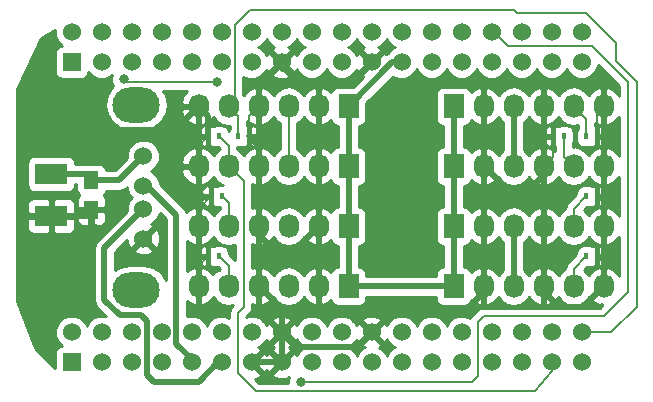
<source format=gbl>
G04 #@! TF.FileFunction,Copper,L2,Bot,Signal*
%FSLAX46Y46*%
G04 Gerber Fmt 4.6, Leading zero omitted, Abs format (unit mm)*
G04 Created by KiCad (PCBNEW 4.0.5+dfsg1-4) date Sun Nov 25 11:48:41 2018*
%MOMM*%
%LPD*%
G01*
G04 APERTURE LIST*
%ADD10C,0.100000*%
%ADD11C,1.524000*%
%ADD12O,4.000000X3.000000*%
%ADD13R,1.524000X1.524000*%
%ADD14R,1.727200X2.032000*%
%ADD15O,1.727200X2.032000*%
%ADD16R,0.400000X0.600000*%
%ADD17R,1.250000X1.500000*%
%ADD18R,2.794000X1.778000*%
%ADD19C,0.800000*%
%ADD20C,0.500000*%
%ADD21C,0.200000*%
%ADD22C,0.254000*%
G04 APERTURE END LIST*
D10*
D11*
X133000000Y-101500000D03*
X133000000Y-104000000D03*
X133000000Y-106000000D03*
X133000000Y-108500000D03*
D12*
X132400000Y-97150000D03*
X132400000Y-112850000D03*
D11*
X170091100Y-116433600D03*
X170091100Y-118973600D03*
X167551100Y-116433600D03*
X167551100Y-118973600D03*
X165011100Y-116433600D03*
X165011100Y-118973600D03*
X162471100Y-116433600D03*
X162471100Y-118973600D03*
X159931100Y-116433600D03*
X159931100Y-118973600D03*
X157391100Y-116433600D03*
X157391100Y-118973600D03*
X154851100Y-116433600D03*
X154851100Y-118973600D03*
X152311100Y-116433600D03*
X152311100Y-118973600D03*
X149771100Y-116433600D03*
X149771100Y-118973600D03*
X147231100Y-116433600D03*
X147231100Y-118973600D03*
X144691100Y-116433600D03*
X144691100Y-118973600D03*
X142151100Y-116433600D03*
X142151100Y-118973600D03*
X139611100Y-116433600D03*
X139611100Y-118973600D03*
X137071100Y-116433600D03*
X137071100Y-118973600D03*
X134531100Y-116433600D03*
X134531100Y-118973600D03*
X131991100Y-116433600D03*
X131991100Y-118973600D03*
X129451100Y-116433600D03*
X129451100Y-118973600D03*
X126911100Y-116433600D03*
D13*
X126911100Y-118973600D03*
D11*
X170091100Y-91033600D03*
X170091100Y-93573600D03*
X167551100Y-91033600D03*
X167551100Y-93573600D03*
X165011100Y-91033600D03*
X165011100Y-93573600D03*
X162471100Y-91033600D03*
X162471100Y-93573600D03*
X159931100Y-91033600D03*
X159931100Y-93573600D03*
X157391100Y-91033600D03*
X157391100Y-93573600D03*
X154851100Y-91033600D03*
X154851100Y-93573600D03*
X152311100Y-91033600D03*
X152311100Y-93573600D03*
X149771100Y-91033600D03*
X149771100Y-93573600D03*
X147231100Y-91033600D03*
X147231100Y-93573600D03*
X144691100Y-91033600D03*
X144691100Y-93573600D03*
X142151100Y-91033600D03*
X142151100Y-93573600D03*
X139611100Y-91033600D03*
X139611100Y-93573600D03*
X137071100Y-91033600D03*
X137071100Y-93573600D03*
X134531100Y-91033600D03*
X134531100Y-93573600D03*
X131991100Y-91033600D03*
X131991100Y-93573600D03*
X129451100Y-91033600D03*
X129451100Y-93573600D03*
X126911100Y-91033600D03*
D13*
X126911100Y-93573600D03*
D14*
X150368000Y-97282000D03*
D15*
X147828000Y-97282000D03*
X145288000Y-97282000D03*
X142748000Y-97282000D03*
X140208000Y-97282000D03*
X137668000Y-97282000D03*
D14*
X159258000Y-97282000D03*
D15*
X161798000Y-97282000D03*
X164338000Y-97282000D03*
X166878000Y-97282000D03*
X169418000Y-97282000D03*
X171958000Y-97282000D03*
D14*
X150368000Y-102362000D03*
D15*
X147828000Y-102362000D03*
X145288000Y-102362000D03*
X142748000Y-102362000D03*
X140208000Y-102362000D03*
X137668000Y-102362000D03*
D14*
X159258000Y-102362000D03*
D15*
X161798000Y-102362000D03*
X164338000Y-102362000D03*
X166878000Y-102362000D03*
X169418000Y-102362000D03*
X171958000Y-102362000D03*
D14*
X150368000Y-107442000D03*
D15*
X147828000Y-107442000D03*
X145288000Y-107442000D03*
X142748000Y-107442000D03*
X140208000Y-107442000D03*
X137668000Y-107442000D03*
D14*
X159258000Y-107442000D03*
D15*
X161798000Y-107442000D03*
X164338000Y-107442000D03*
X166878000Y-107442000D03*
X169418000Y-107442000D03*
X171958000Y-107442000D03*
D14*
X150368000Y-112522000D03*
D15*
X147828000Y-112522000D03*
X145288000Y-112522000D03*
X142748000Y-112522000D03*
X140208000Y-112522000D03*
X137668000Y-112522000D03*
D14*
X159258000Y-112522000D03*
D15*
X161798000Y-112522000D03*
X164338000Y-112522000D03*
X166878000Y-112522000D03*
X169418000Y-112522000D03*
X171958000Y-112522000D03*
D16*
X141928000Y-99822000D03*
X141028000Y-99822000D03*
X171392000Y-99822000D03*
X170492000Y-99822000D03*
X138488000Y-99822000D03*
X139388000Y-99822000D03*
X167698000Y-99822000D03*
X168598000Y-99822000D03*
X138742000Y-104902000D03*
X139642000Y-104902000D03*
X171392000Y-104902000D03*
X170492000Y-104902000D03*
X138488000Y-109982000D03*
X139388000Y-109982000D03*
X171392000Y-109982000D03*
X170492000Y-109982000D03*
D17*
X128600000Y-103550000D03*
X128600000Y-106050000D03*
D18*
X125200000Y-103022000D03*
X125200000Y-106578000D03*
D19*
X129000000Y-107700000D03*
X131318000Y-94996000D03*
X139192000Y-95250000D03*
X146304000Y-120650000D03*
D20*
X166878000Y-112522000D02*
X166878000Y-113030000D01*
X166878000Y-113030000D02*
X168148000Y-114300000D01*
X170180000Y-114300000D02*
X171958000Y-112522000D01*
X168148000Y-114300000D02*
X170180000Y-114300000D01*
X161798000Y-102362000D02*
X164338000Y-104902000D01*
X165100000Y-104902000D02*
X166878000Y-103124000D01*
X164338000Y-104902000D02*
X165100000Y-104902000D01*
X166878000Y-103124000D02*
X166878000Y-102362000D01*
X166878000Y-102362000D02*
X166878000Y-107442000D01*
X161798000Y-112522000D02*
X161798000Y-113030000D01*
X161798000Y-113030000D02*
X160274000Y-114554000D01*
X147828000Y-114046000D02*
X147828000Y-112522000D01*
X148336000Y-114554000D02*
X147828000Y-114046000D01*
X160274000Y-114554000D02*
X148336000Y-114554000D01*
X171958000Y-97282000D02*
X171958000Y-102362000D01*
X171958000Y-102362000D02*
X171958000Y-107442000D01*
X171958000Y-107442000D02*
X171958000Y-112522000D01*
X161798000Y-112522000D02*
X161798000Y-107442000D01*
X166878000Y-107442000D02*
X166878000Y-112522000D01*
X166878000Y-97282000D02*
X166878000Y-102362000D01*
X161798000Y-102362000D02*
X161798000Y-107442000D01*
X161798000Y-97282000D02*
X161798000Y-102362000D01*
X142748000Y-107442000D02*
X142748000Y-108204000D01*
X142748000Y-108204000D02*
X144272000Y-109728000D01*
X144272000Y-109728000D02*
X145542000Y-109728000D01*
X145542000Y-109728000D02*
X147828000Y-107442000D01*
X137668000Y-112522000D02*
X137668000Y-107442000D01*
X137668000Y-102362000D02*
X137668000Y-107442000D01*
X137668000Y-97282000D02*
X137668000Y-102362000D01*
X142748000Y-97282000D02*
X142748000Y-102362000D01*
X142748000Y-102362000D02*
X142748000Y-100642000D01*
X142748000Y-100642000D02*
X141928000Y-99822000D01*
X144691100Y-93573600D02*
X144691100Y-93891100D01*
X144691100Y-93891100D02*
X146050000Y-95250000D01*
X150634700Y-95250000D02*
X152311100Y-93573600D01*
X146050000Y-95250000D02*
X150634700Y-95250000D01*
X147828000Y-97282000D02*
X147828000Y-102362000D01*
X142748000Y-97282000D02*
X142748000Y-95516700D01*
X142748000Y-95516700D02*
X144691100Y-93573600D01*
X138488000Y-99822000D02*
X138488000Y-98102000D01*
X138488000Y-98102000D02*
X137668000Y-97282000D01*
X125200000Y-106578000D02*
X123342000Y-106578000D01*
X123342000Y-106578000D02*
X122682000Y-105918000D01*
X122682000Y-105918000D02*
X122682000Y-101346000D01*
X122682000Y-101346000D02*
X124714000Y-99314000D01*
X124714000Y-99314000D02*
X135636000Y-99314000D01*
X135636000Y-99314000D02*
X137668000Y-97282000D01*
X142748000Y-107442000D02*
X142748000Y-102362000D01*
X147828000Y-107442000D02*
X147828000Y-102362000D01*
X147828000Y-112522000D02*
X147828000Y-107442000D01*
X142748000Y-112522000D02*
X142748000Y-107442000D01*
X144691100Y-116433600D02*
X144691100Y-114465100D01*
X144691100Y-114465100D02*
X142748000Y-112522000D01*
D21*
X167698000Y-99822000D02*
X167698000Y-101542000D01*
X167698000Y-101542000D02*
X166878000Y-102362000D01*
X171392000Y-99822000D02*
X171392000Y-97848000D01*
X171392000Y-97848000D02*
X171958000Y-97282000D01*
X171958000Y-107442000D02*
X171958000Y-105468000D01*
X171958000Y-105468000D02*
X171392000Y-104902000D01*
X171958000Y-112522000D02*
X171958000Y-110548000D01*
X171958000Y-110548000D02*
X171392000Y-109982000D01*
X141928000Y-99822000D02*
X141928000Y-98102000D01*
X141928000Y-98102000D02*
X142748000Y-97282000D01*
X137668000Y-102362000D02*
X137668000Y-100642000D01*
X137668000Y-100642000D02*
X138488000Y-99822000D01*
X137668000Y-107442000D02*
X137668000Y-105976000D01*
X137668000Y-105976000D02*
X138742000Y-104902000D01*
X137668000Y-112522000D02*
X137668000Y-110802000D01*
X137668000Y-110802000D02*
X138488000Y-109982000D01*
D20*
X147828000Y-97282000D02*
X147828000Y-96520000D01*
X144691100Y-93573600D02*
X144691100Y-94145100D01*
X125200000Y-106578000D02*
X124104000Y-106578000D01*
X144691100Y-116433600D02*
X144933600Y-116433600D01*
X144933600Y-116433600D02*
X146200000Y-117700000D01*
X151044700Y-117700000D02*
X152311100Y-116433600D01*
X146200000Y-117700000D02*
X151044700Y-117700000D01*
X142151100Y-118973600D02*
X144691100Y-118973600D01*
X144691100Y-118973600D02*
X144691100Y-116433600D01*
X125200000Y-106578000D02*
X124478000Y-106578000D01*
X128600000Y-106050000D02*
X128600000Y-107300000D01*
X128600000Y-107300000D02*
X129000000Y-107700000D01*
X125200000Y-106578000D02*
X128072000Y-106578000D01*
X128072000Y-106578000D02*
X128600000Y-106050000D01*
X154851100Y-93573600D02*
X154076400Y-93573600D01*
X154076400Y-93573600D02*
X150368000Y-97282000D01*
X159258000Y-102362000D02*
X159258000Y-97282000D01*
X159258000Y-107442000D02*
X159258000Y-102362000D01*
X150368000Y-112522000D02*
X159258000Y-112522000D01*
X159258000Y-112522000D02*
X159258000Y-107442000D01*
X150368000Y-107442000D02*
X150368000Y-102362000D01*
X150368000Y-112522000D02*
X150368000Y-107442000D01*
X150368000Y-97282000D02*
X150368000Y-102362000D01*
X142151100Y-116433600D02*
X142151100Y-116420900D01*
D21*
X131318000Y-94996000D02*
X131572000Y-95250000D01*
X131572000Y-95250000D02*
X139192000Y-95250000D01*
D20*
X139611100Y-118973600D02*
X139326400Y-118973600D01*
X139326400Y-118973600D02*
X137700000Y-120600000D01*
X129700000Y-109300000D02*
X133000000Y-106000000D01*
X129700000Y-113700000D02*
X129700000Y-109300000D01*
X131000000Y-115000000D02*
X129700000Y-113700000D01*
X132800000Y-115000000D02*
X131000000Y-115000000D01*
X133300000Y-115500000D02*
X132800000Y-115000000D01*
X133300000Y-120000000D02*
X133300000Y-115500000D01*
X133900000Y-120600000D02*
X133300000Y-120000000D01*
X137700000Y-120600000D02*
X133900000Y-120600000D01*
X139611100Y-118973600D02*
X139526400Y-118973600D01*
X133000000Y-106300000D02*
X133000000Y-106000000D01*
X137071100Y-118973600D02*
X137071100Y-118671100D01*
X137071100Y-118671100D02*
X135800000Y-117400000D01*
X135800000Y-117400000D02*
X135800000Y-106500000D01*
X135800000Y-106500000D02*
X133300000Y-104000000D01*
X133300000Y-104000000D02*
X133000000Y-104000000D01*
X128600000Y-103550000D02*
X130950000Y-103550000D01*
X130950000Y-103550000D02*
X133000000Y-101500000D01*
X125200000Y-103022000D02*
X128072000Y-103022000D01*
X128072000Y-103022000D02*
X128600000Y-103550000D01*
D21*
X145288000Y-97282000D02*
X145288000Y-102362000D01*
D20*
X164338000Y-97282000D02*
X164338000Y-102362000D01*
X164338000Y-112522000D02*
X164338000Y-107442000D01*
D21*
X170091100Y-116433600D02*
X172618400Y-116433600D01*
X140716000Y-90424000D02*
X140716000Y-96774000D01*
X141986000Y-89154000D02*
X140716000Y-90424000D01*
X164338000Y-89154000D02*
X141986000Y-89154000D01*
X164592000Y-89408000D02*
X164338000Y-89154000D01*
X170434000Y-89408000D02*
X164592000Y-89408000D01*
X172974000Y-91948000D02*
X170434000Y-89408000D01*
X172974000Y-93472000D02*
X172974000Y-91948000D01*
X174752000Y-95250000D02*
X172974000Y-93472000D01*
X174752000Y-114300000D02*
X174752000Y-95250000D01*
X172618400Y-116433600D02*
X174752000Y-114300000D01*
X140716000Y-96774000D02*
X140208000Y-97282000D01*
X141028000Y-99822000D02*
X141028000Y-98102000D01*
X141028000Y-98102000D02*
X140208000Y-97282000D01*
X140208000Y-102362000D02*
X140208000Y-100642000D01*
X140208000Y-100642000D02*
X139388000Y-99822000D01*
X167551100Y-118973600D02*
X167551100Y-119722900D01*
X167551100Y-119722900D02*
X166116000Y-121412000D01*
X166116000Y-121412000D02*
X142494000Y-121412000D01*
X142494000Y-121412000D02*
X140970000Y-119888000D01*
X140970000Y-119888000D02*
X140970000Y-114808000D01*
X140970000Y-114808000D02*
X141478000Y-114300000D01*
X141478000Y-114300000D02*
X141478000Y-103632000D01*
X141478000Y-103632000D02*
X140208000Y-102362000D01*
X170492000Y-99822000D02*
X170492000Y-98356000D01*
X170492000Y-98356000D02*
X169418000Y-97282000D01*
X169418000Y-112522000D02*
X169418000Y-111056000D01*
X169418000Y-111056000D02*
X170492000Y-109982000D01*
D20*
X162471100Y-118973600D02*
X162471100Y-119328900D01*
D21*
X168598000Y-99822000D02*
X168598000Y-101542000D01*
X168598000Y-101542000D02*
X169418000Y-102362000D01*
X161290000Y-117856000D02*
X161290000Y-120142000D01*
X163830000Y-92202000D02*
X170942000Y-92202000D01*
X170942000Y-92202000D02*
X173990000Y-95250000D01*
X173990000Y-95250000D02*
X173990000Y-113030000D01*
X173990000Y-113030000D02*
X171958000Y-115062000D01*
X171958000Y-115062000D02*
X161798000Y-115062000D01*
X161798000Y-115062000D02*
X161290000Y-115570000D01*
X161290000Y-115570000D02*
X161290000Y-117856000D01*
X162661600Y-91033600D02*
X163830000Y-92202000D01*
X160782000Y-120650000D02*
X146304000Y-120650000D01*
X161290000Y-120142000D02*
X160782000Y-120650000D01*
X162471100Y-91033600D02*
X162661600Y-91033600D01*
X140208000Y-112522000D02*
X140208000Y-110802000D01*
X140208000Y-110802000D02*
X139388000Y-109982000D01*
D20*
X139642000Y-111956000D02*
X140208000Y-112522000D01*
D21*
X169418000Y-107442000D02*
X169418000Y-105976000D01*
X169418000Y-105976000D02*
X170492000Y-104902000D01*
X140208000Y-107442000D02*
X140208000Y-105468000D01*
X140208000Y-105468000D02*
X139642000Y-104902000D01*
X140208000Y-107442000D02*
X140208000Y-107950000D01*
D22*
G36*
X153666090Y-91823903D02*
X154058730Y-92217229D01*
X154266612Y-92303549D01*
X154060797Y-92388590D01*
X153667471Y-92781230D01*
X153655013Y-92811233D01*
X153549708Y-92881595D01*
X153533497Y-92842457D01*
X153291313Y-92772992D01*
X152490705Y-93573600D01*
X152504848Y-93587743D01*
X152325243Y-93767348D01*
X152311100Y-93753205D01*
X151510492Y-94553813D01*
X151579957Y-94795997D01*
X151596516Y-94801905D01*
X150779860Y-95618560D01*
X149504400Y-95618560D01*
X149269083Y-95662838D01*
X149052959Y-95801910D01*
X148907969Y-96014110D01*
X148888768Y-96108927D01*
X148730036Y-95931268D01*
X148202791Y-95677291D01*
X148187026Y-95674642D01*
X147955000Y-95795783D01*
X147955000Y-97155000D01*
X147975000Y-97155000D01*
X147975000Y-97409000D01*
X147955000Y-97409000D01*
X147955000Y-98768217D01*
X148187026Y-98889358D01*
X148202791Y-98886709D01*
X148730036Y-98632732D01*
X148886907Y-98457155D01*
X148901238Y-98533317D01*
X149040310Y-98749441D01*
X149252510Y-98894431D01*
X149483000Y-98941106D01*
X149483000Y-100702587D01*
X149269083Y-100742838D01*
X149052959Y-100881910D01*
X148907969Y-101094110D01*
X148888768Y-101188927D01*
X148730036Y-101011268D01*
X148202791Y-100757291D01*
X148187026Y-100754642D01*
X147955000Y-100875783D01*
X147955000Y-102235000D01*
X147975000Y-102235000D01*
X147975000Y-102489000D01*
X147955000Y-102489000D01*
X147955000Y-103848217D01*
X148187026Y-103969358D01*
X148202791Y-103966709D01*
X148730036Y-103712732D01*
X148886907Y-103537155D01*
X148901238Y-103613317D01*
X149040310Y-103829441D01*
X149252510Y-103974431D01*
X149483000Y-104021106D01*
X149483000Y-105782587D01*
X149269083Y-105822838D01*
X149052959Y-105961910D01*
X148907969Y-106174110D01*
X148888768Y-106268927D01*
X148730036Y-106091268D01*
X148202791Y-105837291D01*
X148187026Y-105834642D01*
X147955000Y-105955783D01*
X147955000Y-107315000D01*
X147975000Y-107315000D01*
X147975000Y-107569000D01*
X147955000Y-107569000D01*
X147955000Y-108928217D01*
X148187026Y-109049358D01*
X148202791Y-109046709D01*
X148730036Y-108792732D01*
X148886907Y-108617155D01*
X148901238Y-108693317D01*
X149040310Y-108909441D01*
X149252510Y-109054431D01*
X149483000Y-109101106D01*
X149483000Y-110862587D01*
X149269083Y-110902838D01*
X149052959Y-111041910D01*
X148907969Y-111254110D01*
X148888768Y-111348927D01*
X148730036Y-111171268D01*
X148202791Y-110917291D01*
X148187026Y-110914642D01*
X147955000Y-111035783D01*
X147955000Y-112395000D01*
X147975000Y-112395000D01*
X147975000Y-112649000D01*
X147955000Y-112649000D01*
X147955000Y-114008217D01*
X148187026Y-114129358D01*
X148202791Y-114126709D01*
X148730036Y-113872732D01*
X148886907Y-113697155D01*
X148901238Y-113773317D01*
X149040310Y-113989441D01*
X149252510Y-114134431D01*
X149504400Y-114185440D01*
X151231600Y-114185440D01*
X151466917Y-114141162D01*
X151683041Y-114002090D01*
X151828031Y-113789890D01*
X151879040Y-113538000D01*
X151879040Y-113407000D01*
X157746960Y-113407000D01*
X157746960Y-113538000D01*
X157791238Y-113773317D01*
X157930310Y-113989441D01*
X158142510Y-114134431D01*
X158394400Y-114185440D01*
X160121600Y-114185440D01*
X160356917Y-114141162D01*
X160573041Y-114002090D01*
X160718031Y-113789890D01*
X160737232Y-113695073D01*
X160895964Y-113872732D01*
X161423209Y-114126709D01*
X161438974Y-114129358D01*
X161671000Y-114008217D01*
X161671000Y-112649000D01*
X161651000Y-112649000D01*
X161651000Y-112395000D01*
X161671000Y-112395000D01*
X161671000Y-111035783D01*
X161438974Y-110914642D01*
X161423209Y-110917291D01*
X160895964Y-111171268D01*
X160739093Y-111346845D01*
X160724762Y-111270683D01*
X160585690Y-111054559D01*
X160373490Y-110909569D01*
X160143000Y-110862894D01*
X160143000Y-109101413D01*
X160356917Y-109061162D01*
X160573041Y-108922090D01*
X160718031Y-108709890D01*
X160737232Y-108615073D01*
X160895964Y-108792732D01*
X161423209Y-109046709D01*
X161438974Y-109049358D01*
X161671000Y-108928217D01*
X161671000Y-107569000D01*
X161651000Y-107569000D01*
X161651000Y-107315000D01*
X161671000Y-107315000D01*
X161671000Y-105955783D01*
X161925000Y-105955783D01*
X161925000Y-107315000D01*
X161945000Y-107315000D01*
X161945000Y-107569000D01*
X161925000Y-107569000D01*
X161925000Y-108928217D01*
X162157026Y-109049358D01*
X162172791Y-109046709D01*
X162700036Y-108792732D01*
X163071539Y-108376931D01*
X163278330Y-108686415D01*
X163453000Y-108803126D01*
X163453000Y-111160874D01*
X163278330Y-111277585D01*
X163071539Y-111587069D01*
X162700036Y-111171268D01*
X162172791Y-110917291D01*
X162157026Y-110914642D01*
X161925000Y-111035783D01*
X161925000Y-112395000D01*
X161945000Y-112395000D01*
X161945000Y-112649000D01*
X161925000Y-112649000D01*
X161925000Y-114008217D01*
X162157026Y-114129358D01*
X162172791Y-114126709D01*
X162700036Y-113872732D01*
X163071539Y-113456931D01*
X163278330Y-113766415D01*
X163764511Y-114091271D01*
X164338000Y-114205345D01*
X164911489Y-114091271D01*
X165397670Y-113766415D01*
X165604461Y-113456931D01*
X165975964Y-113872732D01*
X166503209Y-114126709D01*
X166518974Y-114129358D01*
X166751000Y-114008217D01*
X166751000Y-112649000D01*
X166731000Y-112649000D01*
X166731000Y-112395000D01*
X166751000Y-112395000D01*
X166751000Y-111035783D01*
X166518974Y-110914642D01*
X166503209Y-110917291D01*
X165975964Y-111171268D01*
X165604461Y-111587069D01*
X165397670Y-111277585D01*
X165223000Y-111160874D01*
X165223000Y-108803126D01*
X165397670Y-108686415D01*
X165604461Y-108376931D01*
X165975964Y-108792732D01*
X166503209Y-109046709D01*
X166518974Y-109049358D01*
X166751000Y-108928217D01*
X166751000Y-107569000D01*
X166731000Y-107569000D01*
X166731000Y-107315000D01*
X166751000Y-107315000D01*
X166751000Y-105955783D01*
X167005000Y-105955783D01*
X167005000Y-107315000D01*
X167025000Y-107315000D01*
X167025000Y-107569000D01*
X167005000Y-107569000D01*
X167005000Y-108928217D01*
X167237026Y-109049358D01*
X167252791Y-109046709D01*
X167780036Y-108792732D01*
X168151539Y-108376931D01*
X168358330Y-108686415D01*
X168844511Y-109011271D01*
X169418000Y-109125345D01*
X169991489Y-109011271D01*
X170477670Y-108686415D01*
X170684461Y-108376931D01*
X171055964Y-108792732D01*
X171583209Y-109046709D01*
X171598974Y-109049358D01*
X171831000Y-108928217D01*
X171831000Y-107569000D01*
X171811000Y-107569000D01*
X171811000Y-107315000D01*
X171831000Y-107315000D01*
X171831000Y-105955783D01*
X171598974Y-105834642D01*
X171583209Y-105837291D01*
X171055964Y-106091268D01*
X170684461Y-106507069D01*
X170477670Y-106197585D01*
X170332716Y-106100730D01*
X170584007Y-105849440D01*
X170692000Y-105849440D01*
X170927317Y-105805162D01*
X170951406Y-105789661D01*
X171065691Y-105837000D01*
X171133250Y-105837000D01*
X171292000Y-105678250D01*
X171292000Y-105436266D01*
X171339440Y-105202000D01*
X171339440Y-105029000D01*
X171492000Y-105029000D01*
X171492000Y-105678250D01*
X171650750Y-105837000D01*
X171718309Y-105837000D01*
X171951698Y-105740327D01*
X172130327Y-105561699D01*
X172227000Y-105328310D01*
X172227000Y-105187750D01*
X172068250Y-105029000D01*
X171492000Y-105029000D01*
X171339440Y-105029000D01*
X171339440Y-104602000D01*
X171295162Y-104366683D01*
X171292000Y-104361769D01*
X171292000Y-104125750D01*
X171492000Y-104125750D01*
X171492000Y-104775000D01*
X172068250Y-104775000D01*
X172227000Y-104616250D01*
X172227000Y-104475690D01*
X172130327Y-104242301D01*
X171951698Y-104063673D01*
X171718309Y-103967000D01*
X171650750Y-103967000D01*
X171492000Y-104125750D01*
X171292000Y-104125750D01*
X171133250Y-103967000D01*
X171065691Y-103967000D01*
X170954717Y-104012967D01*
X170943890Y-104005569D01*
X170692000Y-103954560D01*
X170292000Y-103954560D01*
X170056683Y-103998838D01*
X169840559Y-104137910D01*
X169695569Y-104350110D01*
X169644560Y-104602000D01*
X169644560Y-104709993D01*
X168898277Y-105456277D01*
X168738949Y-105694728D01*
X168683000Y-105976000D01*
X168683000Y-105980647D01*
X168358330Y-106197585D01*
X168151539Y-106507069D01*
X167780036Y-106091268D01*
X167252791Y-105837291D01*
X167237026Y-105834642D01*
X167005000Y-105955783D01*
X166751000Y-105955783D01*
X166518974Y-105834642D01*
X166503209Y-105837291D01*
X165975964Y-106091268D01*
X165604461Y-106507069D01*
X165397670Y-106197585D01*
X164911489Y-105872729D01*
X164338000Y-105758655D01*
X163764511Y-105872729D01*
X163278330Y-106197585D01*
X163071539Y-106507069D01*
X162700036Y-106091268D01*
X162172791Y-105837291D01*
X162157026Y-105834642D01*
X161925000Y-105955783D01*
X161671000Y-105955783D01*
X161438974Y-105834642D01*
X161423209Y-105837291D01*
X160895964Y-106091268D01*
X160739093Y-106266845D01*
X160724762Y-106190683D01*
X160585690Y-105974559D01*
X160373490Y-105829569D01*
X160143000Y-105782894D01*
X160143000Y-104021413D01*
X160356917Y-103981162D01*
X160573041Y-103842090D01*
X160718031Y-103629890D01*
X160737232Y-103535073D01*
X160895964Y-103712732D01*
X161423209Y-103966709D01*
X161438974Y-103969358D01*
X161671000Y-103848217D01*
X161671000Y-102489000D01*
X161651000Y-102489000D01*
X161651000Y-102235000D01*
X161671000Y-102235000D01*
X161671000Y-100875783D01*
X161438974Y-100754642D01*
X161423209Y-100757291D01*
X160895964Y-101011268D01*
X160739093Y-101186845D01*
X160724762Y-101110683D01*
X160585690Y-100894559D01*
X160373490Y-100749569D01*
X160143000Y-100702894D01*
X160143000Y-98941413D01*
X160356917Y-98901162D01*
X160573041Y-98762090D01*
X160718031Y-98549890D01*
X160737232Y-98455073D01*
X160895964Y-98632732D01*
X161423209Y-98886709D01*
X161438974Y-98889358D01*
X161671000Y-98768217D01*
X161671000Y-97409000D01*
X161651000Y-97409000D01*
X161651000Y-97155000D01*
X161671000Y-97155000D01*
X161671000Y-95795783D01*
X161925000Y-95795783D01*
X161925000Y-97155000D01*
X161945000Y-97155000D01*
X161945000Y-97409000D01*
X161925000Y-97409000D01*
X161925000Y-98768217D01*
X162157026Y-98889358D01*
X162172791Y-98886709D01*
X162700036Y-98632732D01*
X163071539Y-98216931D01*
X163278330Y-98526415D01*
X163453000Y-98643126D01*
X163453000Y-101000874D01*
X163278330Y-101117585D01*
X163071539Y-101427069D01*
X162700036Y-101011268D01*
X162172791Y-100757291D01*
X162157026Y-100754642D01*
X161925000Y-100875783D01*
X161925000Y-102235000D01*
X161945000Y-102235000D01*
X161945000Y-102489000D01*
X161925000Y-102489000D01*
X161925000Y-103848217D01*
X162157026Y-103969358D01*
X162172791Y-103966709D01*
X162700036Y-103712732D01*
X163071539Y-103296931D01*
X163278330Y-103606415D01*
X163764511Y-103931271D01*
X164338000Y-104045345D01*
X164911489Y-103931271D01*
X165397670Y-103606415D01*
X165604461Y-103296931D01*
X165975964Y-103712732D01*
X166503209Y-103966709D01*
X166518974Y-103969358D01*
X166751000Y-103848217D01*
X166751000Y-102489000D01*
X166731000Y-102489000D01*
X166731000Y-102235000D01*
X166751000Y-102235000D01*
X166751000Y-100875783D01*
X167005000Y-100875783D01*
X167005000Y-102235000D01*
X167025000Y-102235000D01*
X167025000Y-102489000D01*
X167005000Y-102489000D01*
X167005000Y-103848217D01*
X167237026Y-103969358D01*
X167252791Y-103966709D01*
X167780036Y-103712732D01*
X168151539Y-103296931D01*
X168358330Y-103606415D01*
X168844511Y-103931271D01*
X169418000Y-104045345D01*
X169991489Y-103931271D01*
X170477670Y-103606415D01*
X170684461Y-103296931D01*
X171055964Y-103712732D01*
X171583209Y-103966709D01*
X171598974Y-103969358D01*
X171831000Y-103848217D01*
X171831000Y-102489000D01*
X171811000Y-102489000D01*
X171811000Y-102235000D01*
X171831000Y-102235000D01*
X171831000Y-100875783D01*
X171598974Y-100754642D01*
X171583209Y-100757291D01*
X171055964Y-101011268D01*
X170684461Y-101427069D01*
X170477670Y-101117585D01*
X169991489Y-100792729D01*
X169418000Y-100678655D01*
X169333000Y-100695563D01*
X169333000Y-100463797D01*
X169394431Y-100373890D01*
X169445440Y-100122000D01*
X169445440Y-99522000D01*
X169401162Y-99286683D01*
X169262090Y-99070559D01*
X169049890Y-98925569D01*
X168798000Y-98874560D01*
X168398000Y-98874560D01*
X168162683Y-98918838D01*
X168138594Y-98934339D01*
X168024309Y-98887000D01*
X167956750Y-98887000D01*
X167798000Y-99045750D01*
X167798000Y-99287734D01*
X167750560Y-99522000D01*
X167750560Y-100122000D01*
X167794838Y-100357317D01*
X167798000Y-100362231D01*
X167798000Y-100598250D01*
X167863000Y-100663250D01*
X167863000Y-101104125D01*
X167780036Y-101011268D01*
X167252791Y-100757291D01*
X167237026Y-100754642D01*
X167005000Y-100875783D01*
X166751000Y-100875783D01*
X166518974Y-100754642D01*
X166503209Y-100757291D01*
X165975964Y-101011268D01*
X165604461Y-101427069D01*
X165397670Y-101117585D01*
X165223000Y-101000874D01*
X165223000Y-100107750D01*
X166863000Y-100107750D01*
X166863000Y-100248310D01*
X166959673Y-100481699D01*
X167138302Y-100660327D01*
X167371691Y-100757000D01*
X167439250Y-100757000D01*
X167598000Y-100598250D01*
X167598000Y-99949000D01*
X167021750Y-99949000D01*
X166863000Y-100107750D01*
X165223000Y-100107750D01*
X165223000Y-99395690D01*
X166863000Y-99395690D01*
X166863000Y-99536250D01*
X167021750Y-99695000D01*
X167598000Y-99695000D01*
X167598000Y-99045750D01*
X167439250Y-98887000D01*
X167371691Y-98887000D01*
X167138302Y-98983673D01*
X166959673Y-99162301D01*
X166863000Y-99395690D01*
X165223000Y-99395690D01*
X165223000Y-98643126D01*
X165397670Y-98526415D01*
X165604461Y-98216931D01*
X165975964Y-98632732D01*
X166503209Y-98886709D01*
X166518974Y-98889358D01*
X166751000Y-98768217D01*
X166751000Y-97409000D01*
X166731000Y-97409000D01*
X166731000Y-97155000D01*
X166751000Y-97155000D01*
X166751000Y-95795783D01*
X167005000Y-95795783D01*
X167005000Y-97155000D01*
X167025000Y-97155000D01*
X167025000Y-97409000D01*
X167005000Y-97409000D01*
X167005000Y-98768217D01*
X167237026Y-98889358D01*
X167252791Y-98886709D01*
X167780036Y-98632732D01*
X168151539Y-98216931D01*
X168358330Y-98526415D01*
X168844511Y-98851271D01*
X169418000Y-98965345D01*
X169757000Y-98897914D01*
X169757000Y-99180203D01*
X169695569Y-99270110D01*
X169644560Y-99522000D01*
X169644560Y-100122000D01*
X169688838Y-100357317D01*
X169827910Y-100573441D01*
X170040110Y-100718431D01*
X170292000Y-100769440D01*
X170692000Y-100769440D01*
X170927317Y-100725162D01*
X170951406Y-100709661D01*
X171065691Y-100757000D01*
X171133250Y-100757000D01*
X171292000Y-100598250D01*
X171292000Y-100356266D01*
X171339440Y-100122000D01*
X171339440Y-99949000D01*
X171492000Y-99949000D01*
X171492000Y-100598250D01*
X171650750Y-100757000D01*
X171718309Y-100757000D01*
X171951698Y-100660327D01*
X172130327Y-100481699D01*
X172227000Y-100248310D01*
X172227000Y-100107750D01*
X172068250Y-99949000D01*
X171492000Y-99949000D01*
X171339440Y-99949000D01*
X171339440Y-99522000D01*
X171295162Y-99286683D01*
X171292000Y-99281769D01*
X171292000Y-99045750D01*
X171492000Y-99045750D01*
X171492000Y-99695000D01*
X172068250Y-99695000D01*
X172227000Y-99536250D01*
X172227000Y-99395690D01*
X172130327Y-99162301D01*
X171951698Y-98983673D01*
X171718309Y-98887000D01*
X171650750Y-98887000D01*
X171492000Y-99045750D01*
X171292000Y-99045750D01*
X171227000Y-98980750D01*
X171227000Y-98715121D01*
X171583209Y-98886709D01*
X171598974Y-98889358D01*
X171831000Y-98768217D01*
X171831000Y-97409000D01*
X171811000Y-97409000D01*
X171811000Y-97155000D01*
X171831000Y-97155000D01*
X171831000Y-95795783D01*
X171598974Y-95674642D01*
X171583209Y-95677291D01*
X171055964Y-95931268D01*
X170684461Y-96347069D01*
X170477670Y-96037585D01*
X169991489Y-95712729D01*
X169418000Y-95598655D01*
X168844511Y-95712729D01*
X168358330Y-96037585D01*
X168151539Y-96347069D01*
X167780036Y-95931268D01*
X167252791Y-95677291D01*
X167237026Y-95674642D01*
X167005000Y-95795783D01*
X166751000Y-95795783D01*
X166518974Y-95674642D01*
X166503209Y-95677291D01*
X165975964Y-95931268D01*
X165604461Y-96347069D01*
X165397670Y-96037585D01*
X164911489Y-95712729D01*
X164338000Y-95598655D01*
X163764511Y-95712729D01*
X163278330Y-96037585D01*
X163071539Y-96347069D01*
X162700036Y-95931268D01*
X162172791Y-95677291D01*
X162157026Y-95674642D01*
X161925000Y-95795783D01*
X161671000Y-95795783D01*
X161438974Y-95674642D01*
X161423209Y-95677291D01*
X160895964Y-95931268D01*
X160739093Y-96106845D01*
X160724762Y-96030683D01*
X160585690Y-95814559D01*
X160373490Y-95669569D01*
X160121600Y-95618560D01*
X158394400Y-95618560D01*
X158159083Y-95662838D01*
X157942959Y-95801910D01*
X157797969Y-96014110D01*
X157746960Y-96266000D01*
X157746960Y-98298000D01*
X157791238Y-98533317D01*
X157930310Y-98749441D01*
X158142510Y-98894431D01*
X158373000Y-98941106D01*
X158373000Y-100702587D01*
X158159083Y-100742838D01*
X157942959Y-100881910D01*
X157797969Y-101094110D01*
X157746960Y-101346000D01*
X157746960Y-103378000D01*
X157791238Y-103613317D01*
X157930310Y-103829441D01*
X158142510Y-103974431D01*
X158373000Y-104021106D01*
X158373000Y-105782587D01*
X158159083Y-105822838D01*
X157942959Y-105961910D01*
X157797969Y-106174110D01*
X157746960Y-106426000D01*
X157746960Y-108458000D01*
X157791238Y-108693317D01*
X157930310Y-108909441D01*
X158142510Y-109054431D01*
X158373000Y-109101106D01*
X158373000Y-110862587D01*
X158159083Y-110902838D01*
X157942959Y-111041910D01*
X157797969Y-111254110D01*
X157746960Y-111506000D01*
X157746960Y-111637000D01*
X151879040Y-111637000D01*
X151879040Y-111506000D01*
X151834762Y-111270683D01*
X151695690Y-111054559D01*
X151483490Y-110909569D01*
X151253000Y-110862894D01*
X151253000Y-109101413D01*
X151466917Y-109061162D01*
X151683041Y-108922090D01*
X151828031Y-108709890D01*
X151879040Y-108458000D01*
X151879040Y-106426000D01*
X151834762Y-106190683D01*
X151695690Y-105974559D01*
X151483490Y-105829569D01*
X151253000Y-105782894D01*
X151253000Y-104021413D01*
X151466917Y-103981162D01*
X151683041Y-103842090D01*
X151828031Y-103629890D01*
X151879040Y-103378000D01*
X151879040Y-101346000D01*
X151834762Y-101110683D01*
X151695690Y-100894559D01*
X151483490Y-100749569D01*
X151253000Y-100702894D01*
X151253000Y-98941413D01*
X151466917Y-98901162D01*
X151683041Y-98762090D01*
X151828031Y-98549890D01*
X151879040Y-98298000D01*
X151879040Y-97022540D01*
X154119229Y-94782350D01*
X154572000Y-94970357D01*
X155127761Y-94970842D01*
X155641403Y-94758610D01*
X156034729Y-94365970D01*
X156121049Y-94158088D01*
X156206090Y-94363903D01*
X156598730Y-94757229D01*
X157112000Y-94970357D01*
X157667761Y-94970842D01*
X158181403Y-94758610D01*
X158574729Y-94365970D01*
X158661049Y-94158088D01*
X158746090Y-94363903D01*
X159138730Y-94757229D01*
X159652000Y-94970357D01*
X160207761Y-94970842D01*
X160721403Y-94758610D01*
X161114729Y-94365970D01*
X161201049Y-94158088D01*
X161286090Y-94363903D01*
X161678730Y-94757229D01*
X162192000Y-94970357D01*
X162747761Y-94970842D01*
X163261403Y-94758610D01*
X163654729Y-94365970D01*
X163741049Y-94158088D01*
X163826090Y-94363903D01*
X164218730Y-94757229D01*
X164732000Y-94970357D01*
X165287761Y-94970842D01*
X165801403Y-94758610D01*
X166194729Y-94365970D01*
X166281049Y-94158088D01*
X166366090Y-94363903D01*
X166758730Y-94757229D01*
X167272000Y-94970357D01*
X167827761Y-94970842D01*
X168341403Y-94758610D01*
X168734729Y-94365970D01*
X168821049Y-94158088D01*
X168906090Y-94363903D01*
X169298730Y-94757229D01*
X169812000Y-94970357D01*
X170367761Y-94970842D01*
X170881403Y-94758610D01*
X171274729Y-94365970D01*
X171487857Y-93852700D01*
X171487914Y-93787360D01*
X173255000Y-95554447D01*
X173255000Y-96382106D01*
X173249954Y-96367680D01*
X172860036Y-95931268D01*
X172332791Y-95677291D01*
X172317026Y-95674642D01*
X172085000Y-95795783D01*
X172085000Y-97155000D01*
X172105000Y-97155000D01*
X172105000Y-97409000D01*
X172085000Y-97409000D01*
X172085000Y-98768217D01*
X172317026Y-98889358D01*
X172332791Y-98886709D01*
X172860036Y-98632732D01*
X173249954Y-98196320D01*
X173255000Y-98181894D01*
X173255000Y-101462106D01*
X173249954Y-101447680D01*
X172860036Y-101011268D01*
X172332791Y-100757291D01*
X172317026Y-100754642D01*
X172085000Y-100875783D01*
X172085000Y-102235000D01*
X172105000Y-102235000D01*
X172105000Y-102489000D01*
X172085000Y-102489000D01*
X172085000Y-103848217D01*
X172317026Y-103969358D01*
X172332791Y-103966709D01*
X172860036Y-103712732D01*
X173249954Y-103276320D01*
X173255000Y-103261894D01*
X173255000Y-106542106D01*
X173249954Y-106527680D01*
X172860036Y-106091268D01*
X172332791Y-105837291D01*
X172317026Y-105834642D01*
X172085000Y-105955783D01*
X172085000Y-107315000D01*
X172105000Y-107315000D01*
X172105000Y-107569000D01*
X172085000Y-107569000D01*
X172085000Y-108928217D01*
X172317026Y-109049358D01*
X172332791Y-109046709D01*
X172860036Y-108792732D01*
X173249954Y-108356320D01*
X173255000Y-108341894D01*
X173255000Y-111622106D01*
X173249954Y-111607680D01*
X172860036Y-111171268D01*
X172332791Y-110917291D01*
X172317026Y-110914642D01*
X172085000Y-111035783D01*
X172085000Y-112395000D01*
X172105000Y-112395000D01*
X172105000Y-112649000D01*
X172085000Y-112649000D01*
X172085000Y-112669000D01*
X171831000Y-112669000D01*
X171831000Y-112649000D01*
X171811000Y-112649000D01*
X171811000Y-112395000D01*
X171831000Y-112395000D01*
X171831000Y-111035783D01*
X171598974Y-110914642D01*
X171583209Y-110917291D01*
X171055964Y-111171268D01*
X170684461Y-111587069D01*
X170477670Y-111277585D01*
X170332716Y-111180730D01*
X170584007Y-110929440D01*
X170692000Y-110929440D01*
X170927317Y-110885162D01*
X170951406Y-110869661D01*
X171065691Y-110917000D01*
X171133250Y-110917000D01*
X171292000Y-110758250D01*
X171292000Y-110516266D01*
X171339440Y-110282000D01*
X171339440Y-110109000D01*
X171492000Y-110109000D01*
X171492000Y-110758250D01*
X171650750Y-110917000D01*
X171718309Y-110917000D01*
X171951698Y-110820327D01*
X172130327Y-110641699D01*
X172227000Y-110408310D01*
X172227000Y-110267750D01*
X172068250Y-110109000D01*
X171492000Y-110109000D01*
X171339440Y-110109000D01*
X171339440Y-109682000D01*
X171295162Y-109446683D01*
X171292000Y-109441769D01*
X171292000Y-109205750D01*
X171492000Y-109205750D01*
X171492000Y-109855000D01*
X172068250Y-109855000D01*
X172227000Y-109696250D01*
X172227000Y-109555690D01*
X172130327Y-109322301D01*
X171951698Y-109143673D01*
X171718309Y-109047000D01*
X171650750Y-109047000D01*
X171492000Y-109205750D01*
X171292000Y-109205750D01*
X171133250Y-109047000D01*
X171065691Y-109047000D01*
X170954717Y-109092967D01*
X170943890Y-109085569D01*
X170692000Y-109034560D01*
X170292000Y-109034560D01*
X170056683Y-109078838D01*
X169840559Y-109217910D01*
X169695569Y-109430110D01*
X169644560Y-109682000D01*
X169644560Y-109789993D01*
X168898277Y-110536277D01*
X168738949Y-110774728D01*
X168683000Y-111056000D01*
X168683000Y-111060647D01*
X168358330Y-111277585D01*
X168151539Y-111587069D01*
X167780036Y-111171268D01*
X167252791Y-110917291D01*
X167237026Y-110914642D01*
X167005000Y-111035783D01*
X167005000Y-112395000D01*
X167025000Y-112395000D01*
X167025000Y-112649000D01*
X167005000Y-112649000D01*
X167005000Y-114008217D01*
X167237026Y-114129358D01*
X167252791Y-114126709D01*
X167780036Y-113872732D01*
X168151539Y-113456931D01*
X168358330Y-113766415D01*
X168844511Y-114091271D01*
X169418000Y-114205345D01*
X169991489Y-114091271D01*
X170477670Y-113766415D01*
X170684461Y-113456931D01*
X171055964Y-113872732D01*
X171583209Y-114126709D01*
X171598974Y-114129358D01*
X171830998Y-114008218D01*
X171830998Y-114149556D01*
X171653554Y-114327000D01*
X161798000Y-114327000D01*
X161563394Y-114373667D01*
X161516727Y-114382949D01*
X161278276Y-114542277D01*
X160770277Y-115050277D01*
X160655660Y-115221814D01*
X160210200Y-115036843D01*
X159654439Y-115036358D01*
X159140797Y-115248590D01*
X158747471Y-115641230D01*
X158661151Y-115849112D01*
X158576110Y-115643297D01*
X158183470Y-115249971D01*
X157670200Y-115036843D01*
X157114439Y-115036358D01*
X156600797Y-115248590D01*
X156207471Y-115641230D01*
X156121151Y-115849112D01*
X156036110Y-115643297D01*
X155643470Y-115249971D01*
X155130200Y-115036843D01*
X154574439Y-115036358D01*
X154060797Y-115248590D01*
X153667471Y-115641230D01*
X153587705Y-115833327D01*
X153533497Y-115702457D01*
X153291313Y-115632992D01*
X152490705Y-116433600D01*
X153291313Y-117234208D01*
X153533497Y-117164743D01*
X153583609Y-117024282D01*
X153666090Y-117223903D01*
X154058730Y-117617229D01*
X154266612Y-117703549D01*
X154060797Y-117788590D01*
X153667471Y-118181230D01*
X153581151Y-118389112D01*
X153496110Y-118183297D01*
X153103470Y-117789971D01*
X152911373Y-117710205D01*
X153042243Y-117655997D01*
X153111708Y-117413813D01*
X152311100Y-116613205D01*
X151510492Y-117413813D01*
X151579957Y-117655997D01*
X151720418Y-117706109D01*
X151520797Y-117788590D01*
X151127471Y-118181230D01*
X151041151Y-118389112D01*
X150956110Y-118183297D01*
X150563470Y-117789971D01*
X150355588Y-117703651D01*
X150561403Y-117618610D01*
X150954729Y-117225970D01*
X151034495Y-117033873D01*
X151088703Y-117164743D01*
X151330887Y-117234208D01*
X152131495Y-116433600D01*
X151330887Y-115632992D01*
X151088703Y-115702457D01*
X151038591Y-115842918D01*
X150956110Y-115643297D01*
X150766532Y-115453387D01*
X151510492Y-115453387D01*
X152311100Y-116253995D01*
X153111708Y-115453387D01*
X153042243Y-115211203D01*
X152518798Y-115024456D01*
X151963732Y-115052238D01*
X151579957Y-115211203D01*
X151510492Y-115453387D01*
X150766532Y-115453387D01*
X150563470Y-115249971D01*
X150050200Y-115036843D01*
X149494439Y-115036358D01*
X148980797Y-115248590D01*
X148587471Y-115641230D01*
X148501151Y-115849112D01*
X148416110Y-115643297D01*
X148023470Y-115249971D01*
X147510200Y-115036843D01*
X146954439Y-115036358D01*
X146440797Y-115248590D01*
X146047471Y-115641230D01*
X145967705Y-115833327D01*
X145913497Y-115702457D01*
X145671313Y-115632992D01*
X144870705Y-116433600D01*
X145671313Y-117234208D01*
X145913497Y-117164743D01*
X145963609Y-117024282D01*
X146046090Y-117223903D01*
X146438730Y-117617229D01*
X146646612Y-117703549D01*
X146440797Y-117788590D01*
X146047471Y-118181230D01*
X145967705Y-118373327D01*
X145913497Y-118242457D01*
X145671313Y-118172992D01*
X144870705Y-118973600D01*
X144884848Y-118987743D01*
X144705243Y-119167348D01*
X144691100Y-119153205D01*
X143890492Y-119953813D01*
X143959957Y-120195997D01*
X144483402Y-120382744D01*
X145038468Y-120354962D01*
X145361366Y-120221213D01*
X145269180Y-120443223D01*
X145268976Y-120677000D01*
X142798447Y-120677000D01*
X142477460Y-120356013D01*
X142498468Y-120354962D01*
X142882243Y-120195997D01*
X142951708Y-119953813D01*
X142151100Y-119153205D01*
X142136958Y-119167348D01*
X141957353Y-118987743D01*
X141971495Y-118973600D01*
X142330705Y-118973600D01*
X143131313Y-119774208D01*
X143373497Y-119704743D01*
X143417553Y-119581256D01*
X143468703Y-119704743D01*
X143710887Y-119774208D01*
X144511495Y-118973600D01*
X143710887Y-118172992D01*
X143468703Y-118242457D01*
X143424647Y-118365944D01*
X143373497Y-118242457D01*
X143131313Y-118172992D01*
X142330705Y-118973600D01*
X141971495Y-118973600D01*
X141957353Y-118959458D01*
X142136958Y-118779853D01*
X142151100Y-118793995D01*
X142951708Y-117993387D01*
X142882243Y-117751203D01*
X142741782Y-117701091D01*
X142941403Y-117618610D01*
X143146557Y-117413813D01*
X143890492Y-117413813D01*
X143959957Y-117655997D01*
X144083444Y-117700053D01*
X143959957Y-117751203D01*
X143890492Y-117993387D01*
X144691100Y-118793995D01*
X145491708Y-117993387D01*
X145422243Y-117751203D01*
X145298756Y-117707147D01*
X145422243Y-117655997D01*
X145491708Y-117413813D01*
X144691100Y-116613205D01*
X143890492Y-117413813D01*
X143146557Y-117413813D01*
X143334729Y-117225970D01*
X143414495Y-117033873D01*
X143468703Y-117164743D01*
X143710887Y-117234208D01*
X144511495Y-116433600D01*
X143710887Y-115632992D01*
X143468703Y-115702457D01*
X143418591Y-115842918D01*
X143336110Y-115643297D01*
X143146532Y-115453387D01*
X143890492Y-115453387D01*
X144691100Y-116253995D01*
X145491708Y-115453387D01*
X145422243Y-115211203D01*
X144898798Y-115024456D01*
X144343732Y-115052238D01*
X143959957Y-115211203D01*
X143890492Y-115453387D01*
X143146532Y-115453387D01*
X142943470Y-115249971D01*
X142430200Y-115036843D01*
X141874439Y-115036358D01*
X141715357Y-115102089D01*
X141997723Y-114819724D01*
X142157051Y-114581273D01*
X142198238Y-114374211D01*
X142213000Y-114300000D01*
X142213000Y-114049535D01*
X142373209Y-114126709D01*
X142388974Y-114129358D01*
X142621000Y-114008217D01*
X142621000Y-112649000D01*
X142601000Y-112649000D01*
X142601000Y-112395000D01*
X142621000Y-112395000D01*
X142621000Y-111035783D01*
X142875000Y-111035783D01*
X142875000Y-112395000D01*
X142895000Y-112395000D01*
X142895000Y-112649000D01*
X142875000Y-112649000D01*
X142875000Y-114008217D01*
X143107026Y-114129358D01*
X143122791Y-114126709D01*
X143650036Y-113872732D01*
X144021539Y-113456931D01*
X144228330Y-113766415D01*
X144714511Y-114091271D01*
X145288000Y-114205345D01*
X145861489Y-114091271D01*
X146347670Y-113766415D01*
X146554461Y-113456931D01*
X146925964Y-113872732D01*
X147453209Y-114126709D01*
X147468974Y-114129358D01*
X147701000Y-114008217D01*
X147701000Y-112649000D01*
X147681000Y-112649000D01*
X147681000Y-112395000D01*
X147701000Y-112395000D01*
X147701000Y-111035783D01*
X147468974Y-110914642D01*
X147453209Y-110917291D01*
X146925964Y-111171268D01*
X146554461Y-111587069D01*
X146347670Y-111277585D01*
X145861489Y-110952729D01*
X145288000Y-110838655D01*
X144714511Y-110952729D01*
X144228330Y-111277585D01*
X144021539Y-111587069D01*
X143650036Y-111171268D01*
X143122791Y-110917291D01*
X143107026Y-110914642D01*
X142875000Y-111035783D01*
X142621000Y-111035783D01*
X142388974Y-110914642D01*
X142373209Y-110917291D01*
X142213000Y-110994465D01*
X142213000Y-108969535D01*
X142373209Y-109046709D01*
X142388974Y-109049358D01*
X142621000Y-108928217D01*
X142621000Y-107569000D01*
X142601000Y-107569000D01*
X142601000Y-107315000D01*
X142621000Y-107315000D01*
X142621000Y-105955783D01*
X142875000Y-105955783D01*
X142875000Y-107315000D01*
X142895000Y-107315000D01*
X142895000Y-107569000D01*
X142875000Y-107569000D01*
X142875000Y-108928217D01*
X143107026Y-109049358D01*
X143122791Y-109046709D01*
X143650036Y-108792732D01*
X144021539Y-108376931D01*
X144228330Y-108686415D01*
X144714511Y-109011271D01*
X145288000Y-109125345D01*
X145861489Y-109011271D01*
X146347670Y-108686415D01*
X146554461Y-108376931D01*
X146925964Y-108792732D01*
X147453209Y-109046709D01*
X147468974Y-109049358D01*
X147701000Y-108928217D01*
X147701000Y-107569000D01*
X147681000Y-107569000D01*
X147681000Y-107315000D01*
X147701000Y-107315000D01*
X147701000Y-105955783D01*
X147468974Y-105834642D01*
X147453209Y-105837291D01*
X146925964Y-106091268D01*
X146554461Y-106507069D01*
X146347670Y-106197585D01*
X145861489Y-105872729D01*
X145288000Y-105758655D01*
X144714511Y-105872729D01*
X144228330Y-106197585D01*
X144021539Y-106507069D01*
X143650036Y-106091268D01*
X143122791Y-105837291D01*
X143107026Y-105834642D01*
X142875000Y-105955783D01*
X142621000Y-105955783D01*
X142388974Y-105834642D01*
X142373209Y-105837291D01*
X142213000Y-105914465D01*
X142213000Y-103889535D01*
X142373209Y-103966709D01*
X142388974Y-103969358D01*
X142621000Y-103848217D01*
X142621000Y-102489000D01*
X142601000Y-102489000D01*
X142601000Y-102235000D01*
X142621000Y-102235000D01*
X142621000Y-100875783D01*
X142388974Y-100754642D01*
X142373209Y-100757291D01*
X141845964Y-101011268D01*
X141474461Y-101427069D01*
X141267670Y-101117585D01*
X140943000Y-100900647D01*
X140943000Y-100769440D01*
X141228000Y-100769440D01*
X141463317Y-100725162D01*
X141487406Y-100709661D01*
X141601691Y-100757000D01*
X141669250Y-100757000D01*
X141828000Y-100598250D01*
X141828000Y-100356266D01*
X141875440Y-100122000D01*
X141875440Y-99949000D01*
X142028000Y-99949000D01*
X142028000Y-100598250D01*
X142186750Y-100757000D01*
X142254309Y-100757000D01*
X142487698Y-100660327D01*
X142666327Y-100481699D01*
X142763000Y-100248310D01*
X142763000Y-100107750D01*
X142604250Y-99949000D01*
X142028000Y-99949000D01*
X141875440Y-99949000D01*
X141875440Y-99522000D01*
X141831162Y-99286683D01*
X141828000Y-99281769D01*
X141828000Y-99045750D01*
X142028000Y-99045750D01*
X142028000Y-99695000D01*
X142604250Y-99695000D01*
X142763000Y-99536250D01*
X142763000Y-99395690D01*
X142666327Y-99162301D01*
X142487698Y-98983673D01*
X142254309Y-98887000D01*
X142186750Y-98887000D01*
X142028000Y-99045750D01*
X141828000Y-99045750D01*
X141763000Y-98980750D01*
X141763000Y-98539875D01*
X141845964Y-98632732D01*
X142373209Y-98886709D01*
X142388974Y-98889358D01*
X142621000Y-98768217D01*
X142621000Y-97409000D01*
X142601000Y-97409000D01*
X142601000Y-97155000D01*
X142621000Y-97155000D01*
X142621000Y-95795783D01*
X142875000Y-95795783D01*
X142875000Y-97155000D01*
X142895000Y-97155000D01*
X142895000Y-97409000D01*
X142875000Y-97409000D01*
X142875000Y-98768217D01*
X143107026Y-98889358D01*
X143122791Y-98886709D01*
X143650036Y-98632732D01*
X144021539Y-98216931D01*
X144228330Y-98526415D01*
X144553000Y-98743353D01*
X144553000Y-100900647D01*
X144228330Y-101117585D01*
X144021539Y-101427069D01*
X143650036Y-101011268D01*
X143122791Y-100757291D01*
X143107026Y-100754642D01*
X142875000Y-100875783D01*
X142875000Y-102235000D01*
X142895000Y-102235000D01*
X142895000Y-102489000D01*
X142875000Y-102489000D01*
X142875000Y-103848217D01*
X143107026Y-103969358D01*
X143122791Y-103966709D01*
X143650036Y-103712732D01*
X144021539Y-103296931D01*
X144228330Y-103606415D01*
X144714511Y-103931271D01*
X145288000Y-104045345D01*
X145861489Y-103931271D01*
X146347670Y-103606415D01*
X146554461Y-103296931D01*
X146925964Y-103712732D01*
X147453209Y-103966709D01*
X147468974Y-103969358D01*
X147701000Y-103848217D01*
X147701000Y-102489000D01*
X147681000Y-102489000D01*
X147681000Y-102235000D01*
X147701000Y-102235000D01*
X147701000Y-100875783D01*
X147468974Y-100754642D01*
X147453209Y-100757291D01*
X146925964Y-101011268D01*
X146554461Y-101427069D01*
X146347670Y-101117585D01*
X146023000Y-100900647D01*
X146023000Y-98743353D01*
X146347670Y-98526415D01*
X146554461Y-98216931D01*
X146925964Y-98632732D01*
X147453209Y-98886709D01*
X147468974Y-98889358D01*
X147701000Y-98768217D01*
X147701000Y-97409000D01*
X147681000Y-97409000D01*
X147681000Y-97155000D01*
X147701000Y-97155000D01*
X147701000Y-95795783D01*
X147468974Y-95674642D01*
X147453209Y-95677291D01*
X146925964Y-95931268D01*
X146554461Y-96347069D01*
X146347670Y-96037585D01*
X145861489Y-95712729D01*
X145288000Y-95598655D01*
X144714511Y-95712729D01*
X144228330Y-96037585D01*
X144021539Y-96347069D01*
X143650036Y-95931268D01*
X143122791Y-95677291D01*
X143107026Y-95674642D01*
X142875000Y-95795783D01*
X142621000Y-95795783D01*
X142388974Y-95674642D01*
X142373209Y-95677291D01*
X141845964Y-95931268D01*
X141474461Y-96347069D01*
X141451000Y-96311958D01*
X141451000Y-94795543D01*
X141872000Y-94970357D01*
X142427761Y-94970842D01*
X142941403Y-94758610D01*
X143146557Y-94553813D01*
X143890492Y-94553813D01*
X143959957Y-94795997D01*
X144483402Y-94982744D01*
X145038468Y-94954962D01*
X145422243Y-94795997D01*
X145491708Y-94553813D01*
X144691100Y-93753205D01*
X143890492Y-94553813D01*
X143146557Y-94553813D01*
X143334729Y-94365970D01*
X143414495Y-94173873D01*
X143468703Y-94304743D01*
X143710887Y-94374208D01*
X144511495Y-93573600D01*
X143710887Y-92772992D01*
X143468703Y-92842457D01*
X143418591Y-92982918D01*
X143336110Y-92783297D01*
X142943470Y-92389971D01*
X142735588Y-92303651D01*
X142941403Y-92218610D01*
X143334729Y-91825970D01*
X143421049Y-91618088D01*
X143506090Y-91823903D01*
X143898730Y-92217229D01*
X144090827Y-92296995D01*
X143959957Y-92351203D01*
X143890492Y-92593387D01*
X144691100Y-93393995D01*
X145491708Y-92593387D01*
X145422243Y-92351203D01*
X145281782Y-92301091D01*
X145481403Y-92218610D01*
X145874729Y-91825970D01*
X145961049Y-91618088D01*
X146046090Y-91823903D01*
X146438730Y-92217229D01*
X146646612Y-92303549D01*
X146440797Y-92388590D01*
X146047471Y-92781230D01*
X145967705Y-92973327D01*
X145913497Y-92842457D01*
X145671313Y-92772992D01*
X144870705Y-93573600D01*
X145671313Y-94374208D01*
X145913497Y-94304743D01*
X145963609Y-94164282D01*
X146046090Y-94363903D01*
X146438730Y-94757229D01*
X146952000Y-94970357D01*
X147507761Y-94970842D01*
X148021403Y-94758610D01*
X148414729Y-94365970D01*
X148501049Y-94158088D01*
X148586090Y-94363903D01*
X148978730Y-94757229D01*
X149492000Y-94970357D01*
X150047761Y-94970842D01*
X150561403Y-94758610D01*
X150954729Y-94365970D01*
X151034495Y-94173873D01*
X151088703Y-94304743D01*
X151330887Y-94374208D01*
X152131495Y-93573600D01*
X151330887Y-92772992D01*
X151088703Y-92842457D01*
X151038591Y-92982918D01*
X150956110Y-92783297D01*
X150563470Y-92389971D01*
X150355588Y-92303651D01*
X150561403Y-92218610D01*
X150954729Y-91825970D01*
X151041049Y-91618088D01*
X151126090Y-91823903D01*
X151518730Y-92217229D01*
X151710827Y-92296995D01*
X151579957Y-92351203D01*
X151510492Y-92593387D01*
X152311100Y-93393995D01*
X153111708Y-92593387D01*
X153042243Y-92351203D01*
X152901782Y-92301091D01*
X153101403Y-92218610D01*
X153494729Y-91825970D01*
X153581049Y-91618088D01*
X153666090Y-91823903D01*
X153666090Y-91823903D01*
G37*
X153666090Y-91823903D02*
X154058730Y-92217229D01*
X154266612Y-92303549D01*
X154060797Y-92388590D01*
X153667471Y-92781230D01*
X153655013Y-92811233D01*
X153549708Y-92881595D01*
X153533497Y-92842457D01*
X153291313Y-92772992D01*
X152490705Y-93573600D01*
X152504848Y-93587743D01*
X152325243Y-93767348D01*
X152311100Y-93753205D01*
X151510492Y-94553813D01*
X151579957Y-94795997D01*
X151596516Y-94801905D01*
X150779860Y-95618560D01*
X149504400Y-95618560D01*
X149269083Y-95662838D01*
X149052959Y-95801910D01*
X148907969Y-96014110D01*
X148888768Y-96108927D01*
X148730036Y-95931268D01*
X148202791Y-95677291D01*
X148187026Y-95674642D01*
X147955000Y-95795783D01*
X147955000Y-97155000D01*
X147975000Y-97155000D01*
X147975000Y-97409000D01*
X147955000Y-97409000D01*
X147955000Y-98768217D01*
X148187026Y-98889358D01*
X148202791Y-98886709D01*
X148730036Y-98632732D01*
X148886907Y-98457155D01*
X148901238Y-98533317D01*
X149040310Y-98749441D01*
X149252510Y-98894431D01*
X149483000Y-98941106D01*
X149483000Y-100702587D01*
X149269083Y-100742838D01*
X149052959Y-100881910D01*
X148907969Y-101094110D01*
X148888768Y-101188927D01*
X148730036Y-101011268D01*
X148202791Y-100757291D01*
X148187026Y-100754642D01*
X147955000Y-100875783D01*
X147955000Y-102235000D01*
X147975000Y-102235000D01*
X147975000Y-102489000D01*
X147955000Y-102489000D01*
X147955000Y-103848217D01*
X148187026Y-103969358D01*
X148202791Y-103966709D01*
X148730036Y-103712732D01*
X148886907Y-103537155D01*
X148901238Y-103613317D01*
X149040310Y-103829441D01*
X149252510Y-103974431D01*
X149483000Y-104021106D01*
X149483000Y-105782587D01*
X149269083Y-105822838D01*
X149052959Y-105961910D01*
X148907969Y-106174110D01*
X148888768Y-106268927D01*
X148730036Y-106091268D01*
X148202791Y-105837291D01*
X148187026Y-105834642D01*
X147955000Y-105955783D01*
X147955000Y-107315000D01*
X147975000Y-107315000D01*
X147975000Y-107569000D01*
X147955000Y-107569000D01*
X147955000Y-108928217D01*
X148187026Y-109049358D01*
X148202791Y-109046709D01*
X148730036Y-108792732D01*
X148886907Y-108617155D01*
X148901238Y-108693317D01*
X149040310Y-108909441D01*
X149252510Y-109054431D01*
X149483000Y-109101106D01*
X149483000Y-110862587D01*
X149269083Y-110902838D01*
X149052959Y-111041910D01*
X148907969Y-111254110D01*
X148888768Y-111348927D01*
X148730036Y-111171268D01*
X148202791Y-110917291D01*
X148187026Y-110914642D01*
X147955000Y-111035783D01*
X147955000Y-112395000D01*
X147975000Y-112395000D01*
X147975000Y-112649000D01*
X147955000Y-112649000D01*
X147955000Y-114008217D01*
X148187026Y-114129358D01*
X148202791Y-114126709D01*
X148730036Y-113872732D01*
X148886907Y-113697155D01*
X148901238Y-113773317D01*
X149040310Y-113989441D01*
X149252510Y-114134431D01*
X149504400Y-114185440D01*
X151231600Y-114185440D01*
X151466917Y-114141162D01*
X151683041Y-114002090D01*
X151828031Y-113789890D01*
X151879040Y-113538000D01*
X151879040Y-113407000D01*
X157746960Y-113407000D01*
X157746960Y-113538000D01*
X157791238Y-113773317D01*
X157930310Y-113989441D01*
X158142510Y-114134431D01*
X158394400Y-114185440D01*
X160121600Y-114185440D01*
X160356917Y-114141162D01*
X160573041Y-114002090D01*
X160718031Y-113789890D01*
X160737232Y-113695073D01*
X160895964Y-113872732D01*
X161423209Y-114126709D01*
X161438974Y-114129358D01*
X161671000Y-114008217D01*
X161671000Y-112649000D01*
X161651000Y-112649000D01*
X161651000Y-112395000D01*
X161671000Y-112395000D01*
X161671000Y-111035783D01*
X161438974Y-110914642D01*
X161423209Y-110917291D01*
X160895964Y-111171268D01*
X160739093Y-111346845D01*
X160724762Y-111270683D01*
X160585690Y-111054559D01*
X160373490Y-110909569D01*
X160143000Y-110862894D01*
X160143000Y-109101413D01*
X160356917Y-109061162D01*
X160573041Y-108922090D01*
X160718031Y-108709890D01*
X160737232Y-108615073D01*
X160895964Y-108792732D01*
X161423209Y-109046709D01*
X161438974Y-109049358D01*
X161671000Y-108928217D01*
X161671000Y-107569000D01*
X161651000Y-107569000D01*
X161651000Y-107315000D01*
X161671000Y-107315000D01*
X161671000Y-105955783D01*
X161925000Y-105955783D01*
X161925000Y-107315000D01*
X161945000Y-107315000D01*
X161945000Y-107569000D01*
X161925000Y-107569000D01*
X161925000Y-108928217D01*
X162157026Y-109049358D01*
X162172791Y-109046709D01*
X162700036Y-108792732D01*
X163071539Y-108376931D01*
X163278330Y-108686415D01*
X163453000Y-108803126D01*
X163453000Y-111160874D01*
X163278330Y-111277585D01*
X163071539Y-111587069D01*
X162700036Y-111171268D01*
X162172791Y-110917291D01*
X162157026Y-110914642D01*
X161925000Y-111035783D01*
X161925000Y-112395000D01*
X161945000Y-112395000D01*
X161945000Y-112649000D01*
X161925000Y-112649000D01*
X161925000Y-114008217D01*
X162157026Y-114129358D01*
X162172791Y-114126709D01*
X162700036Y-113872732D01*
X163071539Y-113456931D01*
X163278330Y-113766415D01*
X163764511Y-114091271D01*
X164338000Y-114205345D01*
X164911489Y-114091271D01*
X165397670Y-113766415D01*
X165604461Y-113456931D01*
X165975964Y-113872732D01*
X166503209Y-114126709D01*
X166518974Y-114129358D01*
X166751000Y-114008217D01*
X166751000Y-112649000D01*
X166731000Y-112649000D01*
X166731000Y-112395000D01*
X166751000Y-112395000D01*
X166751000Y-111035783D01*
X166518974Y-110914642D01*
X166503209Y-110917291D01*
X165975964Y-111171268D01*
X165604461Y-111587069D01*
X165397670Y-111277585D01*
X165223000Y-111160874D01*
X165223000Y-108803126D01*
X165397670Y-108686415D01*
X165604461Y-108376931D01*
X165975964Y-108792732D01*
X166503209Y-109046709D01*
X166518974Y-109049358D01*
X166751000Y-108928217D01*
X166751000Y-107569000D01*
X166731000Y-107569000D01*
X166731000Y-107315000D01*
X166751000Y-107315000D01*
X166751000Y-105955783D01*
X167005000Y-105955783D01*
X167005000Y-107315000D01*
X167025000Y-107315000D01*
X167025000Y-107569000D01*
X167005000Y-107569000D01*
X167005000Y-108928217D01*
X167237026Y-109049358D01*
X167252791Y-109046709D01*
X167780036Y-108792732D01*
X168151539Y-108376931D01*
X168358330Y-108686415D01*
X168844511Y-109011271D01*
X169418000Y-109125345D01*
X169991489Y-109011271D01*
X170477670Y-108686415D01*
X170684461Y-108376931D01*
X171055964Y-108792732D01*
X171583209Y-109046709D01*
X171598974Y-109049358D01*
X171831000Y-108928217D01*
X171831000Y-107569000D01*
X171811000Y-107569000D01*
X171811000Y-107315000D01*
X171831000Y-107315000D01*
X171831000Y-105955783D01*
X171598974Y-105834642D01*
X171583209Y-105837291D01*
X171055964Y-106091268D01*
X170684461Y-106507069D01*
X170477670Y-106197585D01*
X170332716Y-106100730D01*
X170584007Y-105849440D01*
X170692000Y-105849440D01*
X170927317Y-105805162D01*
X170951406Y-105789661D01*
X171065691Y-105837000D01*
X171133250Y-105837000D01*
X171292000Y-105678250D01*
X171292000Y-105436266D01*
X171339440Y-105202000D01*
X171339440Y-105029000D01*
X171492000Y-105029000D01*
X171492000Y-105678250D01*
X171650750Y-105837000D01*
X171718309Y-105837000D01*
X171951698Y-105740327D01*
X172130327Y-105561699D01*
X172227000Y-105328310D01*
X172227000Y-105187750D01*
X172068250Y-105029000D01*
X171492000Y-105029000D01*
X171339440Y-105029000D01*
X171339440Y-104602000D01*
X171295162Y-104366683D01*
X171292000Y-104361769D01*
X171292000Y-104125750D01*
X171492000Y-104125750D01*
X171492000Y-104775000D01*
X172068250Y-104775000D01*
X172227000Y-104616250D01*
X172227000Y-104475690D01*
X172130327Y-104242301D01*
X171951698Y-104063673D01*
X171718309Y-103967000D01*
X171650750Y-103967000D01*
X171492000Y-104125750D01*
X171292000Y-104125750D01*
X171133250Y-103967000D01*
X171065691Y-103967000D01*
X170954717Y-104012967D01*
X170943890Y-104005569D01*
X170692000Y-103954560D01*
X170292000Y-103954560D01*
X170056683Y-103998838D01*
X169840559Y-104137910D01*
X169695569Y-104350110D01*
X169644560Y-104602000D01*
X169644560Y-104709993D01*
X168898277Y-105456277D01*
X168738949Y-105694728D01*
X168683000Y-105976000D01*
X168683000Y-105980647D01*
X168358330Y-106197585D01*
X168151539Y-106507069D01*
X167780036Y-106091268D01*
X167252791Y-105837291D01*
X167237026Y-105834642D01*
X167005000Y-105955783D01*
X166751000Y-105955783D01*
X166518974Y-105834642D01*
X166503209Y-105837291D01*
X165975964Y-106091268D01*
X165604461Y-106507069D01*
X165397670Y-106197585D01*
X164911489Y-105872729D01*
X164338000Y-105758655D01*
X163764511Y-105872729D01*
X163278330Y-106197585D01*
X163071539Y-106507069D01*
X162700036Y-106091268D01*
X162172791Y-105837291D01*
X162157026Y-105834642D01*
X161925000Y-105955783D01*
X161671000Y-105955783D01*
X161438974Y-105834642D01*
X161423209Y-105837291D01*
X160895964Y-106091268D01*
X160739093Y-106266845D01*
X160724762Y-106190683D01*
X160585690Y-105974559D01*
X160373490Y-105829569D01*
X160143000Y-105782894D01*
X160143000Y-104021413D01*
X160356917Y-103981162D01*
X160573041Y-103842090D01*
X160718031Y-103629890D01*
X160737232Y-103535073D01*
X160895964Y-103712732D01*
X161423209Y-103966709D01*
X161438974Y-103969358D01*
X161671000Y-103848217D01*
X161671000Y-102489000D01*
X161651000Y-102489000D01*
X161651000Y-102235000D01*
X161671000Y-102235000D01*
X161671000Y-100875783D01*
X161438974Y-100754642D01*
X161423209Y-100757291D01*
X160895964Y-101011268D01*
X160739093Y-101186845D01*
X160724762Y-101110683D01*
X160585690Y-100894559D01*
X160373490Y-100749569D01*
X160143000Y-100702894D01*
X160143000Y-98941413D01*
X160356917Y-98901162D01*
X160573041Y-98762090D01*
X160718031Y-98549890D01*
X160737232Y-98455073D01*
X160895964Y-98632732D01*
X161423209Y-98886709D01*
X161438974Y-98889358D01*
X161671000Y-98768217D01*
X161671000Y-97409000D01*
X161651000Y-97409000D01*
X161651000Y-97155000D01*
X161671000Y-97155000D01*
X161671000Y-95795783D01*
X161925000Y-95795783D01*
X161925000Y-97155000D01*
X161945000Y-97155000D01*
X161945000Y-97409000D01*
X161925000Y-97409000D01*
X161925000Y-98768217D01*
X162157026Y-98889358D01*
X162172791Y-98886709D01*
X162700036Y-98632732D01*
X163071539Y-98216931D01*
X163278330Y-98526415D01*
X163453000Y-98643126D01*
X163453000Y-101000874D01*
X163278330Y-101117585D01*
X163071539Y-101427069D01*
X162700036Y-101011268D01*
X162172791Y-100757291D01*
X162157026Y-100754642D01*
X161925000Y-100875783D01*
X161925000Y-102235000D01*
X161945000Y-102235000D01*
X161945000Y-102489000D01*
X161925000Y-102489000D01*
X161925000Y-103848217D01*
X162157026Y-103969358D01*
X162172791Y-103966709D01*
X162700036Y-103712732D01*
X163071539Y-103296931D01*
X163278330Y-103606415D01*
X163764511Y-103931271D01*
X164338000Y-104045345D01*
X164911489Y-103931271D01*
X165397670Y-103606415D01*
X165604461Y-103296931D01*
X165975964Y-103712732D01*
X166503209Y-103966709D01*
X166518974Y-103969358D01*
X166751000Y-103848217D01*
X166751000Y-102489000D01*
X166731000Y-102489000D01*
X166731000Y-102235000D01*
X166751000Y-102235000D01*
X166751000Y-100875783D01*
X167005000Y-100875783D01*
X167005000Y-102235000D01*
X167025000Y-102235000D01*
X167025000Y-102489000D01*
X167005000Y-102489000D01*
X167005000Y-103848217D01*
X167237026Y-103969358D01*
X167252791Y-103966709D01*
X167780036Y-103712732D01*
X168151539Y-103296931D01*
X168358330Y-103606415D01*
X168844511Y-103931271D01*
X169418000Y-104045345D01*
X169991489Y-103931271D01*
X170477670Y-103606415D01*
X170684461Y-103296931D01*
X171055964Y-103712732D01*
X171583209Y-103966709D01*
X171598974Y-103969358D01*
X171831000Y-103848217D01*
X171831000Y-102489000D01*
X171811000Y-102489000D01*
X171811000Y-102235000D01*
X171831000Y-102235000D01*
X171831000Y-100875783D01*
X171598974Y-100754642D01*
X171583209Y-100757291D01*
X171055964Y-101011268D01*
X170684461Y-101427069D01*
X170477670Y-101117585D01*
X169991489Y-100792729D01*
X169418000Y-100678655D01*
X169333000Y-100695563D01*
X169333000Y-100463797D01*
X169394431Y-100373890D01*
X169445440Y-100122000D01*
X169445440Y-99522000D01*
X169401162Y-99286683D01*
X169262090Y-99070559D01*
X169049890Y-98925569D01*
X168798000Y-98874560D01*
X168398000Y-98874560D01*
X168162683Y-98918838D01*
X168138594Y-98934339D01*
X168024309Y-98887000D01*
X167956750Y-98887000D01*
X167798000Y-99045750D01*
X167798000Y-99287734D01*
X167750560Y-99522000D01*
X167750560Y-100122000D01*
X167794838Y-100357317D01*
X167798000Y-100362231D01*
X167798000Y-100598250D01*
X167863000Y-100663250D01*
X167863000Y-101104125D01*
X167780036Y-101011268D01*
X167252791Y-100757291D01*
X167237026Y-100754642D01*
X167005000Y-100875783D01*
X166751000Y-100875783D01*
X166518974Y-100754642D01*
X166503209Y-100757291D01*
X165975964Y-101011268D01*
X165604461Y-101427069D01*
X165397670Y-101117585D01*
X165223000Y-101000874D01*
X165223000Y-100107750D01*
X166863000Y-100107750D01*
X166863000Y-100248310D01*
X166959673Y-100481699D01*
X167138302Y-100660327D01*
X167371691Y-100757000D01*
X167439250Y-100757000D01*
X167598000Y-100598250D01*
X167598000Y-99949000D01*
X167021750Y-99949000D01*
X166863000Y-100107750D01*
X165223000Y-100107750D01*
X165223000Y-99395690D01*
X166863000Y-99395690D01*
X166863000Y-99536250D01*
X167021750Y-99695000D01*
X167598000Y-99695000D01*
X167598000Y-99045750D01*
X167439250Y-98887000D01*
X167371691Y-98887000D01*
X167138302Y-98983673D01*
X166959673Y-99162301D01*
X166863000Y-99395690D01*
X165223000Y-99395690D01*
X165223000Y-98643126D01*
X165397670Y-98526415D01*
X165604461Y-98216931D01*
X165975964Y-98632732D01*
X166503209Y-98886709D01*
X166518974Y-98889358D01*
X166751000Y-98768217D01*
X166751000Y-97409000D01*
X166731000Y-97409000D01*
X166731000Y-97155000D01*
X166751000Y-97155000D01*
X166751000Y-95795783D01*
X167005000Y-95795783D01*
X167005000Y-97155000D01*
X167025000Y-97155000D01*
X167025000Y-97409000D01*
X167005000Y-97409000D01*
X167005000Y-98768217D01*
X167237026Y-98889358D01*
X167252791Y-98886709D01*
X167780036Y-98632732D01*
X168151539Y-98216931D01*
X168358330Y-98526415D01*
X168844511Y-98851271D01*
X169418000Y-98965345D01*
X169757000Y-98897914D01*
X169757000Y-99180203D01*
X169695569Y-99270110D01*
X169644560Y-99522000D01*
X169644560Y-100122000D01*
X169688838Y-100357317D01*
X169827910Y-100573441D01*
X170040110Y-100718431D01*
X170292000Y-100769440D01*
X170692000Y-100769440D01*
X170927317Y-100725162D01*
X170951406Y-100709661D01*
X171065691Y-100757000D01*
X171133250Y-100757000D01*
X171292000Y-100598250D01*
X171292000Y-100356266D01*
X171339440Y-100122000D01*
X171339440Y-99949000D01*
X171492000Y-99949000D01*
X171492000Y-100598250D01*
X171650750Y-100757000D01*
X171718309Y-100757000D01*
X171951698Y-100660327D01*
X172130327Y-100481699D01*
X172227000Y-100248310D01*
X172227000Y-100107750D01*
X172068250Y-99949000D01*
X171492000Y-99949000D01*
X171339440Y-99949000D01*
X171339440Y-99522000D01*
X171295162Y-99286683D01*
X171292000Y-99281769D01*
X171292000Y-99045750D01*
X171492000Y-99045750D01*
X171492000Y-99695000D01*
X172068250Y-99695000D01*
X172227000Y-99536250D01*
X172227000Y-99395690D01*
X172130327Y-99162301D01*
X171951698Y-98983673D01*
X171718309Y-98887000D01*
X171650750Y-98887000D01*
X171492000Y-99045750D01*
X171292000Y-99045750D01*
X171227000Y-98980750D01*
X171227000Y-98715121D01*
X171583209Y-98886709D01*
X171598974Y-98889358D01*
X171831000Y-98768217D01*
X171831000Y-97409000D01*
X171811000Y-97409000D01*
X171811000Y-97155000D01*
X171831000Y-97155000D01*
X171831000Y-95795783D01*
X171598974Y-95674642D01*
X171583209Y-95677291D01*
X171055964Y-95931268D01*
X170684461Y-96347069D01*
X170477670Y-96037585D01*
X169991489Y-95712729D01*
X169418000Y-95598655D01*
X168844511Y-95712729D01*
X168358330Y-96037585D01*
X168151539Y-96347069D01*
X167780036Y-95931268D01*
X167252791Y-95677291D01*
X167237026Y-95674642D01*
X167005000Y-95795783D01*
X166751000Y-95795783D01*
X166518974Y-95674642D01*
X166503209Y-95677291D01*
X165975964Y-95931268D01*
X165604461Y-96347069D01*
X165397670Y-96037585D01*
X164911489Y-95712729D01*
X164338000Y-95598655D01*
X163764511Y-95712729D01*
X163278330Y-96037585D01*
X163071539Y-96347069D01*
X162700036Y-95931268D01*
X162172791Y-95677291D01*
X162157026Y-95674642D01*
X161925000Y-95795783D01*
X161671000Y-95795783D01*
X161438974Y-95674642D01*
X161423209Y-95677291D01*
X160895964Y-95931268D01*
X160739093Y-96106845D01*
X160724762Y-96030683D01*
X160585690Y-95814559D01*
X160373490Y-95669569D01*
X160121600Y-95618560D01*
X158394400Y-95618560D01*
X158159083Y-95662838D01*
X157942959Y-95801910D01*
X157797969Y-96014110D01*
X157746960Y-96266000D01*
X157746960Y-98298000D01*
X157791238Y-98533317D01*
X157930310Y-98749441D01*
X158142510Y-98894431D01*
X158373000Y-98941106D01*
X158373000Y-100702587D01*
X158159083Y-100742838D01*
X157942959Y-100881910D01*
X157797969Y-101094110D01*
X157746960Y-101346000D01*
X157746960Y-103378000D01*
X157791238Y-103613317D01*
X157930310Y-103829441D01*
X158142510Y-103974431D01*
X158373000Y-104021106D01*
X158373000Y-105782587D01*
X158159083Y-105822838D01*
X157942959Y-105961910D01*
X157797969Y-106174110D01*
X157746960Y-106426000D01*
X157746960Y-108458000D01*
X157791238Y-108693317D01*
X157930310Y-108909441D01*
X158142510Y-109054431D01*
X158373000Y-109101106D01*
X158373000Y-110862587D01*
X158159083Y-110902838D01*
X157942959Y-111041910D01*
X157797969Y-111254110D01*
X157746960Y-111506000D01*
X157746960Y-111637000D01*
X151879040Y-111637000D01*
X151879040Y-111506000D01*
X151834762Y-111270683D01*
X151695690Y-111054559D01*
X151483490Y-110909569D01*
X151253000Y-110862894D01*
X151253000Y-109101413D01*
X151466917Y-109061162D01*
X151683041Y-108922090D01*
X151828031Y-108709890D01*
X151879040Y-108458000D01*
X151879040Y-106426000D01*
X151834762Y-106190683D01*
X151695690Y-105974559D01*
X151483490Y-105829569D01*
X151253000Y-105782894D01*
X151253000Y-104021413D01*
X151466917Y-103981162D01*
X151683041Y-103842090D01*
X151828031Y-103629890D01*
X151879040Y-103378000D01*
X151879040Y-101346000D01*
X151834762Y-101110683D01*
X151695690Y-100894559D01*
X151483490Y-100749569D01*
X151253000Y-100702894D01*
X151253000Y-98941413D01*
X151466917Y-98901162D01*
X151683041Y-98762090D01*
X151828031Y-98549890D01*
X151879040Y-98298000D01*
X151879040Y-97022540D01*
X154119229Y-94782350D01*
X154572000Y-94970357D01*
X155127761Y-94970842D01*
X155641403Y-94758610D01*
X156034729Y-94365970D01*
X156121049Y-94158088D01*
X156206090Y-94363903D01*
X156598730Y-94757229D01*
X157112000Y-94970357D01*
X157667761Y-94970842D01*
X158181403Y-94758610D01*
X158574729Y-94365970D01*
X158661049Y-94158088D01*
X158746090Y-94363903D01*
X159138730Y-94757229D01*
X159652000Y-94970357D01*
X160207761Y-94970842D01*
X160721403Y-94758610D01*
X161114729Y-94365970D01*
X161201049Y-94158088D01*
X161286090Y-94363903D01*
X161678730Y-94757229D01*
X162192000Y-94970357D01*
X162747761Y-94970842D01*
X163261403Y-94758610D01*
X163654729Y-94365970D01*
X163741049Y-94158088D01*
X163826090Y-94363903D01*
X164218730Y-94757229D01*
X164732000Y-94970357D01*
X165287761Y-94970842D01*
X165801403Y-94758610D01*
X166194729Y-94365970D01*
X166281049Y-94158088D01*
X166366090Y-94363903D01*
X166758730Y-94757229D01*
X167272000Y-94970357D01*
X167827761Y-94970842D01*
X168341403Y-94758610D01*
X168734729Y-94365970D01*
X168821049Y-94158088D01*
X168906090Y-94363903D01*
X169298730Y-94757229D01*
X169812000Y-94970357D01*
X170367761Y-94970842D01*
X170881403Y-94758610D01*
X171274729Y-94365970D01*
X171487857Y-93852700D01*
X171487914Y-93787360D01*
X173255000Y-95554447D01*
X173255000Y-96382106D01*
X173249954Y-96367680D01*
X172860036Y-95931268D01*
X172332791Y-95677291D01*
X172317026Y-95674642D01*
X172085000Y-95795783D01*
X172085000Y-97155000D01*
X172105000Y-97155000D01*
X172105000Y-97409000D01*
X172085000Y-97409000D01*
X172085000Y-98768217D01*
X172317026Y-98889358D01*
X172332791Y-98886709D01*
X172860036Y-98632732D01*
X173249954Y-98196320D01*
X173255000Y-98181894D01*
X173255000Y-101462106D01*
X173249954Y-101447680D01*
X172860036Y-101011268D01*
X172332791Y-100757291D01*
X172317026Y-100754642D01*
X172085000Y-100875783D01*
X172085000Y-102235000D01*
X172105000Y-102235000D01*
X172105000Y-102489000D01*
X172085000Y-102489000D01*
X172085000Y-103848217D01*
X172317026Y-103969358D01*
X172332791Y-103966709D01*
X172860036Y-103712732D01*
X173249954Y-103276320D01*
X173255000Y-103261894D01*
X173255000Y-106542106D01*
X173249954Y-106527680D01*
X172860036Y-106091268D01*
X172332791Y-105837291D01*
X172317026Y-105834642D01*
X172085000Y-105955783D01*
X172085000Y-107315000D01*
X172105000Y-107315000D01*
X172105000Y-107569000D01*
X172085000Y-107569000D01*
X172085000Y-108928217D01*
X172317026Y-109049358D01*
X172332791Y-109046709D01*
X172860036Y-108792732D01*
X173249954Y-108356320D01*
X173255000Y-108341894D01*
X173255000Y-111622106D01*
X173249954Y-111607680D01*
X172860036Y-111171268D01*
X172332791Y-110917291D01*
X172317026Y-110914642D01*
X172085000Y-111035783D01*
X172085000Y-112395000D01*
X172105000Y-112395000D01*
X172105000Y-112649000D01*
X172085000Y-112649000D01*
X172085000Y-112669000D01*
X171831000Y-112669000D01*
X171831000Y-112649000D01*
X171811000Y-112649000D01*
X171811000Y-112395000D01*
X171831000Y-112395000D01*
X171831000Y-111035783D01*
X171598974Y-110914642D01*
X171583209Y-110917291D01*
X171055964Y-111171268D01*
X170684461Y-111587069D01*
X170477670Y-111277585D01*
X170332716Y-111180730D01*
X170584007Y-110929440D01*
X170692000Y-110929440D01*
X170927317Y-110885162D01*
X170951406Y-110869661D01*
X171065691Y-110917000D01*
X171133250Y-110917000D01*
X171292000Y-110758250D01*
X171292000Y-110516266D01*
X171339440Y-110282000D01*
X171339440Y-110109000D01*
X171492000Y-110109000D01*
X171492000Y-110758250D01*
X171650750Y-110917000D01*
X171718309Y-110917000D01*
X171951698Y-110820327D01*
X172130327Y-110641699D01*
X172227000Y-110408310D01*
X172227000Y-110267750D01*
X172068250Y-110109000D01*
X171492000Y-110109000D01*
X171339440Y-110109000D01*
X171339440Y-109682000D01*
X171295162Y-109446683D01*
X171292000Y-109441769D01*
X171292000Y-109205750D01*
X171492000Y-109205750D01*
X171492000Y-109855000D01*
X172068250Y-109855000D01*
X172227000Y-109696250D01*
X172227000Y-109555690D01*
X172130327Y-109322301D01*
X171951698Y-109143673D01*
X171718309Y-109047000D01*
X171650750Y-109047000D01*
X171492000Y-109205750D01*
X171292000Y-109205750D01*
X171133250Y-109047000D01*
X171065691Y-109047000D01*
X170954717Y-109092967D01*
X170943890Y-109085569D01*
X170692000Y-109034560D01*
X170292000Y-109034560D01*
X170056683Y-109078838D01*
X169840559Y-109217910D01*
X169695569Y-109430110D01*
X169644560Y-109682000D01*
X169644560Y-109789993D01*
X168898277Y-110536277D01*
X168738949Y-110774728D01*
X168683000Y-111056000D01*
X168683000Y-111060647D01*
X168358330Y-111277585D01*
X168151539Y-111587069D01*
X167780036Y-111171268D01*
X167252791Y-110917291D01*
X167237026Y-110914642D01*
X167005000Y-111035783D01*
X167005000Y-112395000D01*
X167025000Y-112395000D01*
X167025000Y-112649000D01*
X167005000Y-112649000D01*
X167005000Y-114008217D01*
X167237026Y-114129358D01*
X167252791Y-114126709D01*
X167780036Y-113872732D01*
X168151539Y-113456931D01*
X168358330Y-113766415D01*
X168844511Y-114091271D01*
X169418000Y-114205345D01*
X169991489Y-114091271D01*
X170477670Y-113766415D01*
X170684461Y-113456931D01*
X171055964Y-113872732D01*
X171583209Y-114126709D01*
X171598974Y-114129358D01*
X171830998Y-114008218D01*
X171830998Y-114149556D01*
X171653554Y-114327000D01*
X161798000Y-114327000D01*
X161563394Y-114373667D01*
X161516727Y-114382949D01*
X161278276Y-114542277D01*
X160770277Y-115050277D01*
X160655660Y-115221814D01*
X160210200Y-115036843D01*
X159654439Y-115036358D01*
X159140797Y-115248590D01*
X158747471Y-115641230D01*
X158661151Y-115849112D01*
X158576110Y-115643297D01*
X158183470Y-115249971D01*
X157670200Y-115036843D01*
X157114439Y-115036358D01*
X156600797Y-115248590D01*
X156207471Y-115641230D01*
X156121151Y-115849112D01*
X156036110Y-115643297D01*
X155643470Y-115249971D01*
X155130200Y-115036843D01*
X154574439Y-115036358D01*
X154060797Y-115248590D01*
X153667471Y-115641230D01*
X153587705Y-115833327D01*
X153533497Y-115702457D01*
X153291313Y-115632992D01*
X152490705Y-116433600D01*
X153291313Y-117234208D01*
X153533497Y-117164743D01*
X153583609Y-117024282D01*
X153666090Y-117223903D01*
X154058730Y-117617229D01*
X154266612Y-117703549D01*
X154060797Y-117788590D01*
X153667471Y-118181230D01*
X153581151Y-118389112D01*
X153496110Y-118183297D01*
X153103470Y-117789971D01*
X152911373Y-117710205D01*
X153042243Y-117655997D01*
X153111708Y-117413813D01*
X152311100Y-116613205D01*
X151510492Y-117413813D01*
X151579957Y-117655997D01*
X151720418Y-117706109D01*
X151520797Y-117788590D01*
X151127471Y-118181230D01*
X151041151Y-118389112D01*
X150956110Y-118183297D01*
X150563470Y-117789971D01*
X150355588Y-117703651D01*
X150561403Y-117618610D01*
X150954729Y-117225970D01*
X151034495Y-117033873D01*
X151088703Y-117164743D01*
X151330887Y-117234208D01*
X152131495Y-116433600D01*
X151330887Y-115632992D01*
X151088703Y-115702457D01*
X151038591Y-115842918D01*
X150956110Y-115643297D01*
X150766532Y-115453387D01*
X151510492Y-115453387D01*
X152311100Y-116253995D01*
X153111708Y-115453387D01*
X153042243Y-115211203D01*
X152518798Y-115024456D01*
X151963732Y-115052238D01*
X151579957Y-115211203D01*
X151510492Y-115453387D01*
X150766532Y-115453387D01*
X150563470Y-115249971D01*
X150050200Y-115036843D01*
X149494439Y-115036358D01*
X148980797Y-115248590D01*
X148587471Y-115641230D01*
X148501151Y-115849112D01*
X148416110Y-115643297D01*
X148023470Y-115249971D01*
X147510200Y-115036843D01*
X146954439Y-115036358D01*
X146440797Y-115248590D01*
X146047471Y-115641230D01*
X145967705Y-115833327D01*
X145913497Y-115702457D01*
X145671313Y-115632992D01*
X144870705Y-116433600D01*
X145671313Y-117234208D01*
X145913497Y-117164743D01*
X145963609Y-117024282D01*
X146046090Y-117223903D01*
X146438730Y-117617229D01*
X146646612Y-117703549D01*
X146440797Y-117788590D01*
X146047471Y-118181230D01*
X145967705Y-118373327D01*
X145913497Y-118242457D01*
X145671313Y-118172992D01*
X144870705Y-118973600D01*
X144884848Y-118987743D01*
X144705243Y-119167348D01*
X144691100Y-119153205D01*
X143890492Y-119953813D01*
X143959957Y-120195997D01*
X144483402Y-120382744D01*
X145038468Y-120354962D01*
X145361366Y-120221213D01*
X145269180Y-120443223D01*
X145268976Y-120677000D01*
X142798447Y-120677000D01*
X142477460Y-120356013D01*
X142498468Y-120354962D01*
X142882243Y-120195997D01*
X142951708Y-119953813D01*
X142151100Y-119153205D01*
X142136958Y-119167348D01*
X141957353Y-118987743D01*
X141971495Y-118973600D01*
X142330705Y-118973600D01*
X143131313Y-119774208D01*
X143373497Y-119704743D01*
X143417553Y-119581256D01*
X143468703Y-119704743D01*
X143710887Y-119774208D01*
X144511495Y-118973600D01*
X143710887Y-118172992D01*
X143468703Y-118242457D01*
X143424647Y-118365944D01*
X143373497Y-118242457D01*
X143131313Y-118172992D01*
X142330705Y-118973600D01*
X141971495Y-118973600D01*
X141957353Y-118959458D01*
X142136958Y-118779853D01*
X142151100Y-118793995D01*
X142951708Y-117993387D01*
X142882243Y-117751203D01*
X142741782Y-117701091D01*
X142941403Y-117618610D01*
X143146557Y-117413813D01*
X143890492Y-117413813D01*
X143959957Y-117655997D01*
X144083444Y-117700053D01*
X143959957Y-117751203D01*
X143890492Y-117993387D01*
X144691100Y-118793995D01*
X145491708Y-117993387D01*
X145422243Y-117751203D01*
X145298756Y-117707147D01*
X145422243Y-117655997D01*
X145491708Y-117413813D01*
X144691100Y-116613205D01*
X143890492Y-117413813D01*
X143146557Y-117413813D01*
X143334729Y-117225970D01*
X143414495Y-117033873D01*
X143468703Y-117164743D01*
X143710887Y-117234208D01*
X144511495Y-116433600D01*
X143710887Y-115632992D01*
X143468703Y-115702457D01*
X143418591Y-115842918D01*
X143336110Y-115643297D01*
X143146532Y-115453387D01*
X143890492Y-115453387D01*
X144691100Y-116253995D01*
X145491708Y-115453387D01*
X145422243Y-115211203D01*
X144898798Y-115024456D01*
X144343732Y-115052238D01*
X143959957Y-115211203D01*
X143890492Y-115453387D01*
X143146532Y-115453387D01*
X142943470Y-115249971D01*
X142430200Y-115036843D01*
X141874439Y-115036358D01*
X141715357Y-115102089D01*
X141997723Y-114819724D01*
X142157051Y-114581273D01*
X142198238Y-114374211D01*
X142213000Y-114300000D01*
X142213000Y-114049535D01*
X142373209Y-114126709D01*
X142388974Y-114129358D01*
X142621000Y-114008217D01*
X142621000Y-112649000D01*
X142601000Y-112649000D01*
X142601000Y-112395000D01*
X142621000Y-112395000D01*
X142621000Y-111035783D01*
X142875000Y-111035783D01*
X142875000Y-112395000D01*
X142895000Y-112395000D01*
X142895000Y-112649000D01*
X142875000Y-112649000D01*
X142875000Y-114008217D01*
X143107026Y-114129358D01*
X143122791Y-114126709D01*
X143650036Y-113872732D01*
X144021539Y-113456931D01*
X144228330Y-113766415D01*
X144714511Y-114091271D01*
X145288000Y-114205345D01*
X145861489Y-114091271D01*
X146347670Y-113766415D01*
X146554461Y-113456931D01*
X146925964Y-113872732D01*
X147453209Y-114126709D01*
X147468974Y-114129358D01*
X147701000Y-114008217D01*
X147701000Y-112649000D01*
X147681000Y-112649000D01*
X147681000Y-112395000D01*
X147701000Y-112395000D01*
X147701000Y-111035783D01*
X147468974Y-110914642D01*
X147453209Y-110917291D01*
X146925964Y-111171268D01*
X146554461Y-111587069D01*
X146347670Y-111277585D01*
X145861489Y-110952729D01*
X145288000Y-110838655D01*
X144714511Y-110952729D01*
X144228330Y-111277585D01*
X144021539Y-111587069D01*
X143650036Y-111171268D01*
X143122791Y-110917291D01*
X143107026Y-110914642D01*
X142875000Y-111035783D01*
X142621000Y-111035783D01*
X142388974Y-110914642D01*
X142373209Y-110917291D01*
X142213000Y-110994465D01*
X142213000Y-108969535D01*
X142373209Y-109046709D01*
X142388974Y-109049358D01*
X142621000Y-108928217D01*
X142621000Y-107569000D01*
X142601000Y-107569000D01*
X142601000Y-107315000D01*
X142621000Y-107315000D01*
X142621000Y-105955783D01*
X142875000Y-105955783D01*
X142875000Y-107315000D01*
X142895000Y-107315000D01*
X142895000Y-107569000D01*
X142875000Y-107569000D01*
X142875000Y-108928217D01*
X143107026Y-109049358D01*
X143122791Y-109046709D01*
X143650036Y-108792732D01*
X144021539Y-108376931D01*
X144228330Y-108686415D01*
X144714511Y-109011271D01*
X145288000Y-109125345D01*
X145861489Y-109011271D01*
X146347670Y-108686415D01*
X146554461Y-108376931D01*
X146925964Y-108792732D01*
X147453209Y-109046709D01*
X147468974Y-109049358D01*
X147701000Y-108928217D01*
X147701000Y-107569000D01*
X147681000Y-107569000D01*
X147681000Y-107315000D01*
X147701000Y-107315000D01*
X147701000Y-105955783D01*
X147468974Y-105834642D01*
X147453209Y-105837291D01*
X146925964Y-106091268D01*
X146554461Y-106507069D01*
X146347670Y-106197585D01*
X145861489Y-105872729D01*
X145288000Y-105758655D01*
X144714511Y-105872729D01*
X144228330Y-106197585D01*
X144021539Y-106507069D01*
X143650036Y-106091268D01*
X143122791Y-105837291D01*
X143107026Y-105834642D01*
X142875000Y-105955783D01*
X142621000Y-105955783D01*
X142388974Y-105834642D01*
X142373209Y-105837291D01*
X142213000Y-105914465D01*
X142213000Y-103889535D01*
X142373209Y-103966709D01*
X142388974Y-103969358D01*
X142621000Y-103848217D01*
X142621000Y-102489000D01*
X142601000Y-102489000D01*
X142601000Y-102235000D01*
X142621000Y-102235000D01*
X142621000Y-100875783D01*
X142388974Y-100754642D01*
X142373209Y-100757291D01*
X141845964Y-101011268D01*
X141474461Y-101427069D01*
X141267670Y-101117585D01*
X140943000Y-100900647D01*
X140943000Y-100769440D01*
X141228000Y-100769440D01*
X141463317Y-100725162D01*
X141487406Y-100709661D01*
X141601691Y-100757000D01*
X141669250Y-100757000D01*
X141828000Y-100598250D01*
X141828000Y-100356266D01*
X141875440Y-100122000D01*
X141875440Y-99949000D01*
X142028000Y-99949000D01*
X142028000Y-100598250D01*
X142186750Y-100757000D01*
X142254309Y-100757000D01*
X142487698Y-100660327D01*
X142666327Y-100481699D01*
X142763000Y-100248310D01*
X142763000Y-100107750D01*
X142604250Y-99949000D01*
X142028000Y-99949000D01*
X141875440Y-99949000D01*
X141875440Y-99522000D01*
X141831162Y-99286683D01*
X141828000Y-99281769D01*
X141828000Y-99045750D01*
X142028000Y-99045750D01*
X142028000Y-99695000D01*
X142604250Y-99695000D01*
X142763000Y-99536250D01*
X142763000Y-99395690D01*
X142666327Y-99162301D01*
X142487698Y-98983673D01*
X142254309Y-98887000D01*
X142186750Y-98887000D01*
X142028000Y-99045750D01*
X141828000Y-99045750D01*
X141763000Y-98980750D01*
X141763000Y-98539875D01*
X141845964Y-98632732D01*
X142373209Y-98886709D01*
X142388974Y-98889358D01*
X142621000Y-98768217D01*
X142621000Y-97409000D01*
X142601000Y-97409000D01*
X142601000Y-97155000D01*
X142621000Y-97155000D01*
X142621000Y-95795783D01*
X142875000Y-95795783D01*
X142875000Y-97155000D01*
X142895000Y-97155000D01*
X142895000Y-97409000D01*
X142875000Y-97409000D01*
X142875000Y-98768217D01*
X143107026Y-98889358D01*
X143122791Y-98886709D01*
X143650036Y-98632732D01*
X144021539Y-98216931D01*
X144228330Y-98526415D01*
X144553000Y-98743353D01*
X144553000Y-100900647D01*
X144228330Y-101117585D01*
X144021539Y-101427069D01*
X143650036Y-101011268D01*
X143122791Y-100757291D01*
X143107026Y-100754642D01*
X142875000Y-100875783D01*
X142875000Y-102235000D01*
X142895000Y-102235000D01*
X142895000Y-102489000D01*
X142875000Y-102489000D01*
X142875000Y-103848217D01*
X143107026Y-103969358D01*
X143122791Y-103966709D01*
X143650036Y-103712732D01*
X144021539Y-103296931D01*
X144228330Y-103606415D01*
X144714511Y-103931271D01*
X145288000Y-104045345D01*
X145861489Y-103931271D01*
X146347670Y-103606415D01*
X146554461Y-103296931D01*
X146925964Y-103712732D01*
X147453209Y-103966709D01*
X147468974Y-103969358D01*
X147701000Y-103848217D01*
X147701000Y-102489000D01*
X147681000Y-102489000D01*
X147681000Y-102235000D01*
X147701000Y-102235000D01*
X147701000Y-100875783D01*
X147468974Y-100754642D01*
X147453209Y-100757291D01*
X146925964Y-101011268D01*
X146554461Y-101427069D01*
X146347670Y-101117585D01*
X146023000Y-100900647D01*
X146023000Y-98743353D01*
X146347670Y-98526415D01*
X146554461Y-98216931D01*
X146925964Y-98632732D01*
X147453209Y-98886709D01*
X147468974Y-98889358D01*
X147701000Y-98768217D01*
X147701000Y-97409000D01*
X147681000Y-97409000D01*
X147681000Y-97155000D01*
X147701000Y-97155000D01*
X147701000Y-95795783D01*
X147468974Y-95674642D01*
X147453209Y-95677291D01*
X146925964Y-95931268D01*
X146554461Y-96347069D01*
X146347670Y-96037585D01*
X145861489Y-95712729D01*
X145288000Y-95598655D01*
X144714511Y-95712729D01*
X144228330Y-96037585D01*
X144021539Y-96347069D01*
X143650036Y-95931268D01*
X143122791Y-95677291D01*
X143107026Y-95674642D01*
X142875000Y-95795783D01*
X142621000Y-95795783D01*
X142388974Y-95674642D01*
X142373209Y-95677291D01*
X141845964Y-95931268D01*
X141474461Y-96347069D01*
X141451000Y-96311958D01*
X141451000Y-94795543D01*
X141872000Y-94970357D01*
X142427761Y-94970842D01*
X142941403Y-94758610D01*
X143146557Y-94553813D01*
X143890492Y-94553813D01*
X143959957Y-94795997D01*
X144483402Y-94982744D01*
X145038468Y-94954962D01*
X145422243Y-94795997D01*
X145491708Y-94553813D01*
X144691100Y-93753205D01*
X143890492Y-94553813D01*
X143146557Y-94553813D01*
X143334729Y-94365970D01*
X143414495Y-94173873D01*
X143468703Y-94304743D01*
X143710887Y-94374208D01*
X144511495Y-93573600D01*
X143710887Y-92772992D01*
X143468703Y-92842457D01*
X143418591Y-92982918D01*
X143336110Y-92783297D01*
X142943470Y-92389971D01*
X142735588Y-92303651D01*
X142941403Y-92218610D01*
X143334729Y-91825970D01*
X143421049Y-91618088D01*
X143506090Y-91823903D01*
X143898730Y-92217229D01*
X144090827Y-92296995D01*
X143959957Y-92351203D01*
X143890492Y-92593387D01*
X144691100Y-93393995D01*
X145491708Y-92593387D01*
X145422243Y-92351203D01*
X145281782Y-92301091D01*
X145481403Y-92218610D01*
X145874729Y-91825970D01*
X145961049Y-91618088D01*
X146046090Y-91823903D01*
X146438730Y-92217229D01*
X146646612Y-92303549D01*
X146440797Y-92388590D01*
X146047471Y-92781230D01*
X145967705Y-92973327D01*
X145913497Y-92842457D01*
X145671313Y-92772992D01*
X144870705Y-93573600D01*
X145671313Y-94374208D01*
X145913497Y-94304743D01*
X145963609Y-94164282D01*
X146046090Y-94363903D01*
X146438730Y-94757229D01*
X146952000Y-94970357D01*
X147507761Y-94970842D01*
X148021403Y-94758610D01*
X148414729Y-94365970D01*
X148501049Y-94158088D01*
X148586090Y-94363903D01*
X148978730Y-94757229D01*
X149492000Y-94970357D01*
X150047761Y-94970842D01*
X150561403Y-94758610D01*
X150954729Y-94365970D01*
X151034495Y-94173873D01*
X151088703Y-94304743D01*
X151330887Y-94374208D01*
X152131495Y-93573600D01*
X151330887Y-92772992D01*
X151088703Y-92842457D01*
X151038591Y-92982918D01*
X150956110Y-92783297D01*
X150563470Y-92389971D01*
X150355588Y-92303651D01*
X150561403Y-92218610D01*
X150954729Y-91825970D01*
X151041049Y-91618088D01*
X151126090Y-91823903D01*
X151518730Y-92217229D01*
X151710827Y-92296995D01*
X151579957Y-92351203D01*
X151510492Y-92593387D01*
X152311100Y-93393995D01*
X153111708Y-92593387D01*
X153042243Y-92351203D01*
X152901782Y-92301091D01*
X153101403Y-92218610D01*
X153494729Y-91825970D01*
X153581049Y-91618088D01*
X153666090Y-91823903D01*
G36*
X125513858Y-91310261D02*
X125726090Y-91823903D01*
X126078933Y-92177363D01*
X125913783Y-92208438D01*
X125697659Y-92347510D01*
X125552669Y-92559710D01*
X125501660Y-92811600D01*
X125501660Y-94335600D01*
X125545938Y-94570917D01*
X125685010Y-94787041D01*
X125897210Y-94932031D01*
X126149100Y-94983040D01*
X127673100Y-94983040D01*
X127908417Y-94938762D01*
X128124541Y-94799690D01*
X128269531Y-94587490D01*
X128306592Y-94404476D01*
X128658730Y-94757229D01*
X129172000Y-94970357D01*
X129727761Y-94970842D01*
X130241403Y-94758610D01*
X130334468Y-94665707D01*
X130283180Y-94789223D01*
X130282821Y-95200971D01*
X130437173Y-95574532D01*
X130338704Y-95640327D01*
X129875894Y-96332971D01*
X129713377Y-97150000D01*
X129875894Y-97967029D01*
X130338704Y-98659673D01*
X131031348Y-99122483D01*
X131848377Y-99285000D01*
X132951623Y-99285000D01*
X133768652Y-99122483D01*
X134461296Y-98659673D01*
X134924106Y-97967029D01*
X134988377Y-97643913D01*
X136182816Y-97643913D01*
X136376046Y-98196320D01*
X136765964Y-98632732D01*
X137293209Y-98886709D01*
X137308974Y-98889358D01*
X137541000Y-98768217D01*
X137541000Y-97409000D01*
X136327076Y-97409000D01*
X136182816Y-97643913D01*
X134988377Y-97643913D01*
X135086623Y-97150000D01*
X134924106Y-96332971D01*
X134691599Y-95985000D01*
X136717956Y-95985000D01*
X136376046Y-96367680D01*
X136182816Y-96920087D01*
X136327076Y-97155000D01*
X137541000Y-97155000D01*
X137541000Y-97135000D01*
X137795000Y-97135000D01*
X137795000Y-97155000D01*
X137815000Y-97155000D01*
X137815000Y-97409000D01*
X137795000Y-97409000D01*
X137795000Y-98768217D01*
X138027026Y-98889358D01*
X138042791Y-98886709D01*
X138570036Y-98632732D01*
X138941539Y-98216931D01*
X139148330Y-98526415D01*
X139634511Y-98851271D01*
X140208000Y-98965345D01*
X140293000Y-98948437D01*
X140293000Y-99180203D01*
X140231569Y-99270110D01*
X140209007Y-99381523D01*
X140191162Y-99286683D01*
X140052090Y-99070559D01*
X139839890Y-98925569D01*
X139588000Y-98874560D01*
X139188000Y-98874560D01*
X138952683Y-98918838D01*
X138928594Y-98934339D01*
X138814309Y-98887000D01*
X138746750Y-98887000D01*
X138588000Y-99045750D01*
X138588000Y-99287734D01*
X138540560Y-99522000D01*
X138540560Y-100122000D01*
X138584838Y-100357317D01*
X138588000Y-100362231D01*
X138588000Y-100598250D01*
X138746750Y-100757000D01*
X138814309Y-100757000D01*
X138925283Y-100711033D01*
X138936110Y-100718431D01*
X139188000Y-100769440D01*
X139295993Y-100769440D01*
X139445545Y-100918992D01*
X139148330Y-101117585D01*
X138941539Y-101427069D01*
X138570036Y-101011268D01*
X138042791Y-100757291D01*
X138027026Y-100754642D01*
X137795000Y-100875783D01*
X137795000Y-102235000D01*
X137815000Y-102235000D01*
X137815000Y-102489000D01*
X137795000Y-102489000D01*
X137795000Y-103848217D01*
X138027026Y-103969358D01*
X138042791Y-103966709D01*
X138570036Y-103712732D01*
X138941539Y-103296931D01*
X139148330Y-103606415D01*
X139634511Y-103931271D01*
X139751593Y-103954560D01*
X139442000Y-103954560D01*
X139206683Y-103998838D01*
X139182594Y-104014339D01*
X139068309Y-103967000D01*
X139000750Y-103967000D01*
X138842000Y-104125750D01*
X138842000Y-104367734D01*
X138794560Y-104602000D01*
X138794560Y-105202000D01*
X138838838Y-105437317D01*
X138842000Y-105442231D01*
X138842000Y-105678250D01*
X139000750Y-105837000D01*
X139068309Y-105837000D01*
X139179283Y-105791033D01*
X139190110Y-105798431D01*
X139442000Y-105849440D01*
X139473000Y-105849440D01*
X139473000Y-105980647D01*
X139148330Y-106197585D01*
X138941539Y-106507069D01*
X138570036Y-106091268D01*
X138042791Y-105837291D01*
X138027026Y-105834642D01*
X137795000Y-105955783D01*
X137795000Y-107315000D01*
X137815000Y-107315000D01*
X137815000Y-107569000D01*
X137795000Y-107569000D01*
X137795000Y-108928217D01*
X138027026Y-109049358D01*
X138042791Y-109046709D01*
X138570036Y-108792732D01*
X138941539Y-108376931D01*
X139148330Y-108686415D01*
X139634511Y-109011271D01*
X140208000Y-109125345D01*
X140743000Y-109018927D01*
X140743000Y-110305140D01*
X140727723Y-110282276D01*
X140235440Y-109789994D01*
X140235440Y-109682000D01*
X140191162Y-109446683D01*
X140052090Y-109230559D01*
X139839890Y-109085569D01*
X139588000Y-109034560D01*
X139188000Y-109034560D01*
X138952683Y-109078838D01*
X138928594Y-109094339D01*
X138814309Y-109047000D01*
X138746750Y-109047000D01*
X138588000Y-109205750D01*
X138588000Y-109447734D01*
X138540560Y-109682000D01*
X138540560Y-110282000D01*
X138584838Y-110517317D01*
X138588000Y-110522231D01*
X138588000Y-110758250D01*
X138746750Y-110917000D01*
X138814309Y-110917000D01*
X138925283Y-110871033D01*
X138936110Y-110878431D01*
X139188000Y-110929440D01*
X139295993Y-110929440D01*
X139445545Y-111078992D01*
X139379303Y-111123254D01*
X139303326Y-111138367D01*
X139016210Y-111330210D01*
X138886068Y-111524983D01*
X138570036Y-111171268D01*
X138042791Y-110917291D01*
X138027026Y-110914642D01*
X137795000Y-111035783D01*
X137795000Y-112395000D01*
X137815000Y-112395000D01*
X137815000Y-112649000D01*
X137795000Y-112649000D01*
X137795000Y-114008217D01*
X138027026Y-114129358D01*
X138042791Y-114126709D01*
X138570036Y-113872732D01*
X138941539Y-113456931D01*
X139148330Y-113766415D01*
X139634511Y-114091271D01*
X140208000Y-114205345D01*
X140613959Y-114124595D01*
X140450277Y-114288277D01*
X140290949Y-114526728D01*
X140235000Y-114808000D01*
X140235000Y-115180016D01*
X139890200Y-115036843D01*
X139334439Y-115036358D01*
X138820797Y-115248590D01*
X138427471Y-115641230D01*
X138341151Y-115849112D01*
X138256110Y-115643297D01*
X137863470Y-115249971D01*
X137350200Y-115036843D01*
X136794439Y-115036358D01*
X136685000Y-115081577D01*
X136685000Y-113782114D01*
X136765964Y-113872732D01*
X137293209Y-114126709D01*
X137308974Y-114129358D01*
X137541000Y-114008217D01*
X137541000Y-112649000D01*
X137521000Y-112649000D01*
X137521000Y-112395000D01*
X137541000Y-112395000D01*
X137541000Y-111035783D01*
X137308974Y-110914642D01*
X137293209Y-110917291D01*
X136765964Y-111171268D01*
X136685000Y-111261886D01*
X136685000Y-110267750D01*
X137653000Y-110267750D01*
X137653000Y-110408310D01*
X137749673Y-110641699D01*
X137928302Y-110820327D01*
X138161691Y-110917000D01*
X138229250Y-110917000D01*
X138388000Y-110758250D01*
X138388000Y-110109000D01*
X137811750Y-110109000D01*
X137653000Y-110267750D01*
X136685000Y-110267750D01*
X136685000Y-109555690D01*
X137653000Y-109555690D01*
X137653000Y-109696250D01*
X137811750Y-109855000D01*
X138388000Y-109855000D01*
X138388000Y-109205750D01*
X138229250Y-109047000D01*
X138161691Y-109047000D01*
X137928302Y-109143673D01*
X137749673Y-109322301D01*
X137653000Y-109555690D01*
X136685000Y-109555690D01*
X136685000Y-108702114D01*
X136765964Y-108792732D01*
X137293209Y-109046709D01*
X137308974Y-109049358D01*
X137541000Y-108928217D01*
X137541000Y-107569000D01*
X137521000Y-107569000D01*
X137521000Y-107315000D01*
X137541000Y-107315000D01*
X137541000Y-105955783D01*
X137308974Y-105834642D01*
X137293209Y-105837291D01*
X136765964Y-106091268D01*
X136633245Y-106239812D01*
X136628810Y-106217516D01*
X136617633Y-106161325D01*
X136425790Y-105874210D01*
X136425787Y-105874208D01*
X135739329Y-105187750D01*
X137907000Y-105187750D01*
X137907000Y-105328310D01*
X138003673Y-105561699D01*
X138182302Y-105740327D01*
X138415691Y-105837000D01*
X138483250Y-105837000D01*
X138642000Y-105678250D01*
X138642000Y-105029000D01*
X138065750Y-105029000D01*
X137907000Y-105187750D01*
X135739329Y-105187750D01*
X135027269Y-104475690D01*
X137907000Y-104475690D01*
X137907000Y-104616250D01*
X138065750Y-104775000D01*
X138642000Y-104775000D01*
X138642000Y-104125750D01*
X138483250Y-103967000D01*
X138415691Y-103967000D01*
X138182302Y-104063673D01*
X138003673Y-104242301D01*
X137907000Y-104475690D01*
X135027269Y-104475690D01*
X134397135Y-103845556D01*
X134397242Y-103723339D01*
X134185010Y-103209697D01*
X133792370Y-102816371D01*
X133632772Y-102750100D01*
X133696149Y-102723913D01*
X136182816Y-102723913D01*
X136376046Y-103276320D01*
X136765964Y-103712732D01*
X137293209Y-103966709D01*
X137308974Y-103969358D01*
X137541000Y-103848217D01*
X137541000Y-102489000D01*
X136327076Y-102489000D01*
X136182816Y-102723913D01*
X133696149Y-102723913D01*
X133790303Y-102685010D01*
X134183629Y-102292370D01*
X134304995Y-102000087D01*
X136182816Y-102000087D01*
X136327076Y-102235000D01*
X137541000Y-102235000D01*
X137541000Y-100875783D01*
X137308974Y-100754642D01*
X137293209Y-100757291D01*
X136765964Y-101011268D01*
X136376046Y-101447680D01*
X136182816Y-102000087D01*
X134304995Y-102000087D01*
X134396757Y-101779100D01*
X134397242Y-101223339D01*
X134185010Y-100709697D01*
X133792370Y-100316371D01*
X133289955Y-100107750D01*
X137653000Y-100107750D01*
X137653000Y-100248310D01*
X137749673Y-100481699D01*
X137928302Y-100660327D01*
X138161691Y-100757000D01*
X138229250Y-100757000D01*
X138388000Y-100598250D01*
X138388000Y-99949000D01*
X137811750Y-99949000D01*
X137653000Y-100107750D01*
X133289955Y-100107750D01*
X133279100Y-100103243D01*
X132723339Y-100102758D01*
X132209697Y-100314990D01*
X131816371Y-100707630D01*
X131603243Y-101220900D01*
X131602872Y-101645548D01*
X130583420Y-102665000D01*
X129847038Y-102665000D01*
X129828162Y-102564683D01*
X129689090Y-102348559D01*
X129476890Y-102203569D01*
X129225000Y-102152560D01*
X128150229Y-102152560D01*
X128072000Y-102136999D01*
X128071995Y-102137000D01*
X127244440Y-102137000D01*
X127244440Y-102133000D01*
X127200162Y-101897683D01*
X127061090Y-101681559D01*
X126848890Y-101536569D01*
X126597000Y-101485560D01*
X123803000Y-101485560D01*
X123567683Y-101529838D01*
X123351559Y-101668910D01*
X123206569Y-101881110D01*
X123155560Y-102133000D01*
X123155560Y-103911000D01*
X123199838Y-104146317D01*
X123338910Y-104362441D01*
X123551110Y-104507431D01*
X123803000Y-104558440D01*
X126597000Y-104558440D01*
X126832317Y-104514162D01*
X127048441Y-104375090D01*
X127193431Y-104162890D01*
X127244440Y-103911000D01*
X127244440Y-103907000D01*
X127327560Y-103907000D01*
X127327560Y-104300000D01*
X127371838Y-104535317D01*
X127510910Y-104751441D01*
X127579006Y-104797969D01*
X127436673Y-104940302D01*
X127340000Y-105173691D01*
X127340000Y-105764250D01*
X127498750Y-105923000D01*
X128473000Y-105923000D01*
X128473000Y-105903000D01*
X128727000Y-105903000D01*
X128727000Y-105923000D01*
X129701250Y-105923000D01*
X129860000Y-105764250D01*
X129860000Y-105173691D01*
X129763327Y-104940302D01*
X129622090Y-104799064D01*
X129676441Y-104764090D01*
X129821431Y-104551890D01*
X129845102Y-104435000D01*
X130949995Y-104435000D01*
X130950000Y-104435001D01*
X131251186Y-104375090D01*
X131288675Y-104367633D01*
X131575790Y-104175790D01*
X131602870Y-104148710D01*
X131602758Y-104276661D01*
X131814990Y-104790303D01*
X132024342Y-105000021D01*
X131816371Y-105207630D01*
X131603243Y-105720900D01*
X131602872Y-106145548D01*
X129074210Y-108674210D01*
X128882367Y-108961325D01*
X128882367Y-108961326D01*
X128814999Y-109300000D01*
X128815000Y-109300005D01*
X128815000Y-113699995D01*
X128814999Y-113700000D01*
X128871190Y-113982484D01*
X128882367Y-114038675D01*
X128980432Y-114185440D01*
X129074210Y-114325790D01*
X129824364Y-115075943D01*
X129730200Y-115036843D01*
X129174439Y-115036358D01*
X128660797Y-115248590D01*
X128267471Y-115641230D01*
X128181151Y-115849112D01*
X128096110Y-115643297D01*
X127703470Y-115249971D01*
X127190200Y-115036843D01*
X126634439Y-115036358D01*
X126120797Y-115248590D01*
X125727471Y-115641230D01*
X125514343Y-116154500D01*
X125513858Y-116710261D01*
X125726090Y-117223903D01*
X126078933Y-117577363D01*
X125913783Y-117608438D01*
X125697659Y-117747510D01*
X125552669Y-117959710D01*
X125501660Y-118211600D01*
X125501660Y-119480054D01*
X123807255Y-117785649D01*
X122301000Y-113768970D01*
X122301000Y-106863750D01*
X123168000Y-106863750D01*
X123168000Y-107593309D01*
X123264673Y-107826698D01*
X123443301Y-108005327D01*
X123676690Y-108102000D01*
X124914250Y-108102000D01*
X125073000Y-107943250D01*
X125073000Y-106705000D01*
X125327000Y-106705000D01*
X125327000Y-107943250D01*
X125485750Y-108102000D01*
X126723310Y-108102000D01*
X126956699Y-108005327D01*
X127135327Y-107826698D01*
X127232000Y-107593309D01*
X127232000Y-106863750D01*
X127073250Y-106705000D01*
X125327000Y-106705000D01*
X125073000Y-106705000D01*
X123326750Y-106705000D01*
X123168000Y-106863750D01*
X122301000Y-106863750D01*
X122301000Y-105562691D01*
X123168000Y-105562691D01*
X123168000Y-106292250D01*
X123326750Y-106451000D01*
X125073000Y-106451000D01*
X125073000Y-105212750D01*
X125327000Y-105212750D01*
X125327000Y-106451000D01*
X127073250Y-106451000D01*
X127188500Y-106335750D01*
X127340000Y-106335750D01*
X127340000Y-106926309D01*
X127436673Y-107159698D01*
X127615301Y-107338327D01*
X127848690Y-107435000D01*
X128314250Y-107435000D01*
X128473000Y-107276250D01*
X128473000Y-106177000D01*
X128727000Y-106177000D01*
X128727000Y-107276250D01*
X128885750Y-107435000D01*
X129351310Y-107435000D01*
X129584699Y-107338327D01*
X129763327Y-107159698D01*
X129860000Y-106926309D01*
X129860000Y-106335750D01*
X129701250Y-106177000D01*
X128727000Y-106177000D01*
X128473000Y-106177000D01*
X127498750Y-106177000D01*
X127340000Y-106335750D01*
X127188500Y-106335750D01*
X127232000Y-106292250D01*
X127232000Y-105562691D01*
X127135327Y-105329302D01*
X126956699Y-105150673D01*
X126723310Y-105054000D01*
X125485750Y-105054000D01*
X125327000Y-105212750D01*
X125073000Y-105212750D01*
X124914250Y-105054000D01*
X123676690Y-105054000D01*
X123443301Y-105150673D01*
X123264673Y-105329302D01*
X123168000Y-105562691D01*
X122301000Y-105562691D01*
X122301000Y-99395690D01*
X137653000Y-99395690D01*
X137653000Y-99536250D01*
X137811750Y-99695000D01*
X138388000Y-99695000D01*
X138388000Y-99045750D01*
X138229250Y-98887000D01*
X138161691Y-98887000D01*
X137928302Y-98983673D01*
X137749673Y-99162301D01*
X137653000Y-99395690D01*
X122301000Y-99395690D01*
X122301000Y-95786389D01*
X124304001Y-91530011D01*
X125514278Y-90829324D01*
X125513858Y-91310261D01*
X125513858Y-91310261D01*
G37*
X125513858Y-91310261D02*
X125726090Y-91823903D01*
X126078933Y-92177363D01*
X125913783Y-92208438D01*
X125697659Y-92347510D01*
X125552669Y-92559710D01*
X125501660Y-92811600D01*
X125501660Y-94335600D01*
X125545938Y-94570917D01*
X125685010Y-94787041D01*
X125897210Y-94932031D01*
X126149100Y-94983040D01*
X127673100Y-94983040D01*
X127908417Y-94938762D01*
X128124541Y-94799690D01*
X128269531Y-94587490D01*
X128306592Y-94404476D01*
X128658730Y-94757229D01*
X129172000Y-94970357D01*
X129727761Y-94970842D01*
X130241403Y-94758610D01*
X130334468Y-94665707D01*
X130283180Y-94789223D01*
X130282821Y-95200971D01*
X130437173Y-95574532D01*
X130338704Y-95640327D01*
X129875894Y-96332971D01*
X129713377Y-97150000D01*
X129875894Y-97967029D01*
X130338704Y-98659673D01*
X131031348Y-99122483D01*
X131848377Y-99285000D01*
X132951623Y-99285000D01*
X133768652Y-99122483D01*
X134461296Y-98659673D01*
X134924106Y-97967029D01*
X134988377Y-97643913D01*
X136182816Y-97643913D01*
X136376046Y-98196320D01*
X136765964Y-98632732D01*
X137293209Y-98886709D01*
X137308974Y-98889358D01*
X137541000Y-98768217D01*
X137541000Y-97409000D01*
X136327076Y-97409000D01*
X136182816Y-97643913D01*
X134988377Y-97643913D01*
X135086623Y-97150000D01*
X134924106Y-96332971D01*
X134691599Y-95985000D01*
X136717956Y-95985000D01*
X136376046Y-96367680D01*
X136182816Y-96920087D01*
X136327076Y-97155000D01*
X137541000Y-97155000D01*
X137541000Y-97135000D01*
X137795000Y-97135000D01*
X137795000Y-97155000D01*
X137815000Y-97155000D01*
X137815000Y-97409000D01*
X137795000Y-97409000D01*
X137795000Y-98768217D01*
X138027026Y-98889358D01*
X138042791Y-98886709D01*
X138570036Y-98632732D01*
X138941539Y-98216931D01*
X139148330Y-98526415D01*
X139634511Y-98851271D01*
X140208000Y-98965345D01*
X140293000Y-98948437D01*
X140293000Y-99180203D01*
X140231569Y-99270110D01*
X140209007Y-99381523D01*
X140191162Y-99286683D01*
X140052090Y-99070559D01*
X139839890Y-98925569D01*
X139588000Y-98874560D01*
X139188000Y-98874560D01*
X138952683Y-98918838D01*
X138928594Y-98934339D01*
X138814309Y-98887000D01*
X138746750Y-98887000D01*
X138588000Y-99045750D01*
X138588000Y-99287734D01*
X138540560Y-99522000D01*
X138540560Y-100122000D01*
X138584838Y-100357317D01*
X138588000Y-100362231D01*
X138588000Y-100598250D01*
X138746750Y-100757000D01*
X138814309Y-100757000D01*
X138925283Y-100711033D01*
X138936110Y-100718431D01*
X139188000Y-100769440D01*
X139295993Y-100769440D01*
X139445545Y-100918992D01*
X139148330Y-101117585D01*
X138941539Y-101427069D01*
X138570036Y-101011268D01*
X138042791Y-100757291D01*
X138027026Y-100754642D01*
X137795000Y-100875783D01*
X137795000Y-102235000D01*
X137815000Y-102235000D01*
X137815000Y-102489000D01*
X137795000Y-102489000D01*
X137795000Y-103848217D01*
X138027026Y-103969358D01*
X138042791Y-103966709D01*
X138570036Y-103712732D01*
X138941539Y-103296931D01*
X139148330Y-103606415D01*
X139634511Y-103931271D01*
X139751593Y-103954560D01*
X139442000Y-103954560D01*
X139206683Y-103998838D01*
X139182594Y-104014339D01*
X139068309Y-103967000D01*
X139000750Y-103967000D01*
X138842000Y-104125750D01*
X138842000Y-104367734D01*
X138794560Y-104602000D01*
X138794560Y-105202000D01*
X138838838Y-105437317D01*
X138842000Y-105442231D01*
X138842000Y-105678250D01*
X139000750Y-105837000D01*
X139068309Y-105837000D01*
X139179283Y-105791033D01*
X139190110Y-105798431D01*
X139442000Y-105849440D01*
X139473000Y-105849440D01*
X139473000Y-105980647D01*
X139148330Y-106197585D01*
X138941539Y-106507069D01*
X138570036Y-106091268D01*
X138042791Y-105837291D01*
X138027026Y-105834642D01*
X137795000Y-105955783D01*
X137795000Y-107315000D01*
X137815000Y-107315000D01*
X137815000Y-107569000D01*
X137795000Y-107569000D01*
X137795000Y-108928217D01*
X138027026Y-109049358D01*
X138042791Y-109046709D01*
X138570036Y-108792732D01*
X138941539Y-108376931D01*
X139148330Y-108686415D01*
X139634511Y-109011271D01*
X140208000Y-109125345D01*
X140743000Y-109018927D01*
X140743000Y-110305140D01*
X140727723Y-110282276D01*
X140235440Y-109789994D01*
X140235440Y-109682000D01*
X140191162Y-109446683D01*
X140052090Y-109230559D01*
X139839890Y-109085569D01*
X139588000Y-109034560D01*
X139188000Y-109034560D01*
X138952683Y-109078838D01*
X138928594Y-109094339D01*
X138814309Y-109047000D01*
X138746750Y-109047000D01*
X138588000Y-109205750D01*
X138588000Y-109447734D01*
X138540560Y-109682000D01*
X138540560Y-110282000D01*
X138584838Y-110517317D01*
X138588000Y-110522231D01*
X138588000Y-110758250D01*
X138746750Y-110917000D01*
X138814309Y-110917000D01*
X138925283Y-110871033D01*
X138936110Y-110878431D01*
X139188000Y-110929440D01*
X139295993Y-110929440D01*
X139445545Y-111078992D01*
X139379303Y-111123254D01*
X139303326Y-111138367D01*
X139016210Y-111330210D01*
X138886068Y-111524983D01*
X138570036Y-111171268D01*
X138042791Y-110917291D01*
X138027026Y-110914642D01*
X137795000Y-111035783D01*
X137795000Y-112395000D01*
X137815000Y-112395000D01*
X137815000Y-112649000D01*
X137795000Y-112649000D01*
X137795000Y-114008217D01*
X138027026Y-114129358D01*
X138042791Y-114126709D01*
X138570036Y-113872732D01*
X138941539Y-113456931D01*
X139148330Y-113766415D01*
X139634511Y-114091271D01*
X140208000Y-114205345D01*
X140613959Y-114124595D01*
X140450277Y-114288277D01*
X140290949Y-114526728D01*
X140235000Y-114808000D01*
X140235000Y-115180016D01*
X139890200Y-115036843D01*
X139334439Y-115036358D01*
X138820797Y-115248590D01*
X138427471Y-115641230D01*
X138341151Y-115849112D01*
X138256110Y-115643297D01*
X137863470Y-115249971D01*
X137350200Y-115036843D01*
X136794439Y-115036358D01*
X136685000Y-115081577D01*
X136685000Y-113782114D01*
X136765964Y-113872732D01*
X137293209Y-114126709D01*
X137308974Y-114129358D01*
X137541000Y-114008217D01*
X137541000Y-112649000D01*
X137521000Y-112649000D01*
X137521000Y-112395000D01*
X137541000Y-112395000D01*
X137541000Y-111035783D01*
X137308974Y-110914642D01*
X137293209Y-110917291D01*
X136765964Y-111171268D01*
X136685000Y-111261886D01*
X136685000Y-110267750D01*
X137653000Y-110267750D01*
X137653000Y-110408310D01*
X137749673Y-110641699D01*
X137928302Y-110820327D01*
X138161691Y-110917000D01*
X138229250Y-110917000D01*
X138388000Y-110758250D01*
X138388000Y-110109000D01*
X137811750Y-110109000D01*
X137653000Y-110267750D01*
X136685000Y-110267750D01*
X136685000Y-109555690D01*
X137653000Y-109555690D01*
X137653000Y-109696250D01*
X137811750Y-109855000D01*
X138388000Y-109855000D01*
X138388000Y-109205750D01*
X138229250Y-109047000D01*
X138161691Y-109047000D01*
X137928302Y-109143673D01*
X137749673Y-109322301D01*
X137653000Y-109555690D01*
X136685000Y-109555690D01*
X136685000Y-108702114D01*
X136765964Y-108792732D01*
X137293209Y-109046709D01*
X137308974Y-109049358D01*
X137541000Y-108928217D01*
X137541000Y-107569000D01*
X137521000Y-107569000D01*
X137521000Y-107315000D01*
X137541000Y-107315000D01*
X137541000Y-105955783D01*
X137308974Y-105834642D01*
X137293209Y-105837291D01*
X136765964Y-106091268D01*
X136633245Y-106239812D01*
X136628810Y-106217516D01*
X136617633Y-106161325D01*
X136425790Y-105874210D01*
X136425787Y-105874208D01*
X135739329Y-105187750D01*
X137907000Y-105187750D01*
X137907000Y-105328310D01*
X138003673Y-105561699D01*
X138182302Y-105740327D01*
X138415691Y-105837000D01*
X138483250Y-105837000D01*
X138642000Y-105678250D01*
X138642000Y-105029000D01*
X138065750Y-105029000D01*
X137907000Y-105187750D01*
X135739329Y-105187750D01*
X135027269Y-104475690D01*
X137907000Y-104475690D01*
X137907000Y-104616250D01*
X138065750Y-104775000D01*
X138642000Y-104775000D01*
X138642000Y-104125750D01*
X138483250Y-103967000D01*
X138415691Y-103967000D01*
X138182302Y-104063673D01*
X138003673Y-104242301D01*
X137907000Y-104475690D01*
X135027269Y-104475690D01*
X134397135Y-103845556D01*
X134397242Y-103723339D01*
X134185010Y-103209697D01*
X133792370Y-102816371D01*
X133632772Y-102750100D01*
X133696149Y-102723913D01*
X136182816Y-102723913D01*
X136376046Y-103276320D01*
X136765964Y-103712732D01*
X137293209Y-103966709D01*
X137308974Y-103969358D01*
X137541000Y-103848217D01*
X137541000Y-102489000D01*
X136327076Y-102489000D01*
X136182816Y-102723913D01*
X133696149Y-102723913D01*
X133790303Y-102685010D01*
X134183629Y-102292370D01*
X134304995Y-102000087D01*
X136182816Y-102000087D01*
X136327076Y-102235000D01*
X137541000Y-102235000D01*
X137541000Y-100875783D01*
X137308974Y-100754642D01*
X137293209Y-100757291D01*
X136765964Y-101011268D01*
X136376046Y-101447680D01*
X136182816Y-102000087D01*
X134304995Y-102000087D01*
X134396757Y-101779100D01*
X134397242Y-101223339D01*
X134185010Y-100709697D01*
X133792370Y-100316371D01*
X133289955Y-100107750D01*
X137653000Y-100107750D01*
X137653000Y-100248310D01*
X137749673Y-100481699D01*
X137928302Y-100660327D01*
X138161691Y-100757000D01*
X138229250Y-100757000D01*
X138388000Y-100598250D01*
X138388000Y-99949000D01*
X137811750Y-99949000D01*
X137653000Y-100107750D01*
X133289955Y-100107750D01*
X133279100Y-100103243D01*
X132723339Y-100102758D01*
X132209697Y-100314990D01*
X131816371Y-100707630D01*
X131603243Y-101220900D01*
X131602872Y-101645548D01*
X130583420Y-102665000D01*
X129847038Y-102665000D01*
X129828162Y-102564683D01*
X129689090Y-102348559D01*
X129476890Y-102203569D01*
X129225000Y-102152560D01*
X128150229Y-102152560D01*
X128072000Y-102136999D01*
X128071995Y-102137000D01*
X127244440Y-102137000D01*
X127244440Y-102133000D01*
X127200162Y-101897683D01*
X127061090Y-101681559D01*
X126848890Y-101536569D01*
X126597000Y-101485560D01*
X123803000Y-101485560D01*
X123567683Y-101529838D01*
X123351559Y-101668910D01*
X123206569Y-101881110D01*
X123155560Y-102133000D01*
X123155560Y-103911000D01*
X123199838Y-104146317D01*
X123338910Y-104362441D01*
X123551110Y-104507431D01*
X123803000Y-104558440D01*
X126597000Y-104558440D01*
X126832317Y-104514162D01*
X127048441Y-104375090D01*
X127193431Y-104162890D01*
X127244440Y-103911000D01*
X127244440Y-103907000D01*
X127327560Y-103907000D01*
X127327560Y-104300000D01*
X127371838Y-104535317D01*
X127510910Y-104751441D01*
X127579006Y-104797969D01*
X127436673Y-104940302D01*
X127340000Y-105173691D01*
X127340000Y-105764250D01*
X127498750Y-105923000D01*
X128473000Y-105923000D01*
X128473000Y-105903000D01*
X128727000Y-105903000D01*
X128727000Y-105923000D01*
X129701250Y-105923000D01*
X129860000Y-105764250D01*
X129860000Y-105173691D01*
X129763327Y-104940302D01*
X129622090Y-104799064D01*
X129676441Y-104764090D01*
X129821431Y-104551890D01*
X129845102Y-104435000D01*
X130949995Y-104435000D01*
X130950000Y-104435001D01*
X131251186Y-104375090D01*
X131288675Y-104367633D01*
X131575790Y-104175790D01*
X131602870Y-104148710D01*
X131602758Y-104276661D01*
X131814990Y-104790303D01*
X132024342Y-105000021D01*
X131816371Y-105207630D01*
X131603243Y-105720900D01*
X131602872Y-106145548D01*
X129074210Y-108674210D01*
X128882367Y-108961325D01*
X128882367Y-108961326D01*
X128814999Y-109300000D01*
X128815000Y-109300005D01*
X128815000Y-113699995D01*
X128814999Y-113700000D01*
X128871190Y-113982484D01*
X128882367Y-114038675D01*
X128980432Y-114185440D01*
X129074210Y-114325790D01*
X129824364Y-115075943D01*
X129730200Y-115036843D01*
X129174439Y-115036358D01*
X128660797Y-115248590D01*
X128267471Y-115641230D01*
X128181151Y-115849112D01*
X128096110Y-115643297D01*
X127703470Y-115249971D01*
X127190200Y-115036843D01*
X126634439Y-115036358D01*
X126120797Y-115248590D01*
X125727471Y-115641230D01*
X125514343Y-116154500D01*
X125513858Y-116710261D01*
X125726090Y-117223903D01*
X126078933Y-117577363D01*
X125913783Y-117608438D01*
X125697659Y-117747510D01*
X125552669Y-117959710D01*
X125501660Y-118211600D01*
X125501660Y-119480054D01*
X123807255Y-117785649D01*
X122301000Y-113768970D01*
X122301000Y-106863750D01*
X123168000Y-106863750D01*
X123168000Y-107593309D01*
X123264673Y-107826698D01*
X123443301Y-108005327D01*
X123676690Y-108102000D01*
X124914250Y-108102000D01*
X125073000Y-107943250D01*
X125073000Y-106705000D01*
X125327000Y-106705000D01*
X125327000Y-107943250D01*
X125485750Y-108102000D01*
X126723310Y-108102000D01*
X126956699Y-108005327D01*
X127135327Y-107826698D01*
X127232000Y-107593309D01*
X127232000Y-106863750D01*
X127073250Y-106705000D01*
X125327000Y-106705000D01*
X125073000Y-106705000D01*
X123326750Y-106705000D01*
X123168000Y-106863750D01*
X122301000Y-106863750D01*
X122301000Y-105562691D01*
X123168000Y-105562691D01*
X123168000Y-106292250D01*
X123326750Y-106451000D01*
X125073000Y-106451000D01*
X125073000Y-105212750D01*
X125327000Y-105212750D01*
X125327000Y-106451000D01*
X127073250Y-106451000D01*
X127188500Y-106335750D01*
X127340000Y-106335750D01*
X127340000Y-106926309D01*
X127436673Y-107159698D01*
X127615301Y-107338327D01*
X127848690Y-107435000D01*
X128314250Y-107435000D01*
X128473000Y-107276250D01*
X128473000Y-106177000D01*
X128727000Y-106177000D01*
X128727000Y-107276250D01*
X128885750Y-107435000D01*
X129351310Y-107435000D01*
X129584699Y-107338327D01*
X129763327Y-107159698D01*
X129860000Y-106926309D01*
X129860000Y-106335750D01*
X129701250Y-106177000D01*
X128727000Y-106177000D01*
X128473000Y-106177000D01*
X127498750Y-106177000D01*
X127340000Y-106335750D01*
X127188500Y-106335750D01*
X127232000Y-106292250D01*
X127232000Y-105562691D01*
X127135327Y-105329302D01*
X126956699Y-105150673D01*
X126723310Y-105054000D01*
X125485750Y-105054000D01*
X125327000Y-105212750D01*
X125073000Y-105212750D01*
X124914250Y-105054000D01*
X123676690Y-105054000D01*
X123443301Y-105150673D01*
X123264673Y-105329302D01*
X123168000Y-105562691D01*
X122301000Y-105562691D01*
X122301000Y-99395690D01*
X137653000Y-99395690D01*
X137653000Y-99536250D01*
X137811750Y-99695000D01*
X138388000Y-99695000D01*
X138388000Y-99045750D01*
X138229250Y-98887000D01*
X138161691Y-98887000D01*
X137928302Y-98983673D01*
X137749673Y-99162301D01*
X137653000Y-99395690D01*
X122301000Y-99395690D01*
X122301000Y-95786389D01*
X124304001Y-91530011D01*
X125514278Y-90829324D01*
X125513858Y-91310261D01*
G36*
X134915000Y-106866579D02*
X134915000Y-112019343D01*
X134461296Y-111340327D01*
X133768652Y-110877517D01*
X132951623Y-110715000D01*
X131848377Y-110715000D01*
X131031348Y-110877517D01*
X130585000Y-111175757D01*
X130585000Y-109666580D01*
X130771366Y-109480213D01*
X132199392Y-109480213D01*
X132268857Y-109722397D01*
X132792302Y-109909144D01*
X133347368Y-109881362D01*
X133731143Y-109722397D01*
X133800608Y-109480213D01*
X133000000Y-108679605D01*
X132199392Y-109480213D01*
X130771366Y-109480213D01*
X131608417Y-108643162D01*
X131618638Y-108847368D01*
X131777603Y-109231143D01*
X132019787Y-109300608D01*
X132820395Y-108500000D01*
X133179605Y-108500000D01*
X133980213Y-109300608D01*
X134222397Y-109231143D01*
X134409144Y-108707698D01*
X134381362Y-108152632D01*
X134222397Y-107768857D01*
X133980213Y-107699392D01*
X133179605Y-108500000D01*
X132820395Y-108500000D01*
X132806253Y-108485858D01*
X132985858Y-108306253D01*
X133000000Y-108320395D01*
X133800608Y-107519787D01*
X133731143Y-107277603D01*
X133642633Y-107246026D01*
X133790303Y-107185010D01*
X134183629Y-106792370D01*
X134376443Y-106328022D01*
X134915000Y-106866579D01*
X134915000Y-106866579D01*
G37*
X134915000Y-106866579D02*
X134915000Y-112019343D01*
X134461296Y-111340327D01*
X133768652Y-110877517D01*
X132951623Y-110715000D01*
X131848377Y-110715000D01*
X131031348Y-110877517D01*
X130585000Y-111175757D01*
X130585000Y-109666580D01*
X130771366Y-109480213D01*
X132199392Y-109480213D01*
X132268857Y-109722397D01*
X132792302Y-109909144D01*
X133347368Y-109881362D01*
X133731143Y-109722397D01*
X133800608Y-109480213D01*
X133000000Y-108679605D01*
X132199392Y-109480213D01*
X130771366Y-109480213D01*
X131608417Y-108643162D01*
X131618638Y-108847368D01*
X131777603Y-109231143D01*
X132019787Y-109300608D01*
X132820395Y-108500000D01*
X133179605Y-108500000D01*
X133980213Y-109300608D01*
X134222397Y-109231143D01*
X134409144Y-108707698D01*
X134381362Y-108152632D01*
X134222397Y-107768857D01*
X133980213Y-107699392D01*
X133179605Y-108500000D01*
X132820395Y-108500000D01*
X132806253Y-108485858D01*
X132985858Y-108306253D01*
X133000000Y-108320395D01*
X133800608Y-107519787D01*
X133731143Y-107277603D01*
X133642633Y-107246026D01*
X133790303Y-107185010D01*
X134183629Y-106792370D01*
X134376443Y-106328022D01*
X134915000Y-106866579D01*
M02*

</source>
